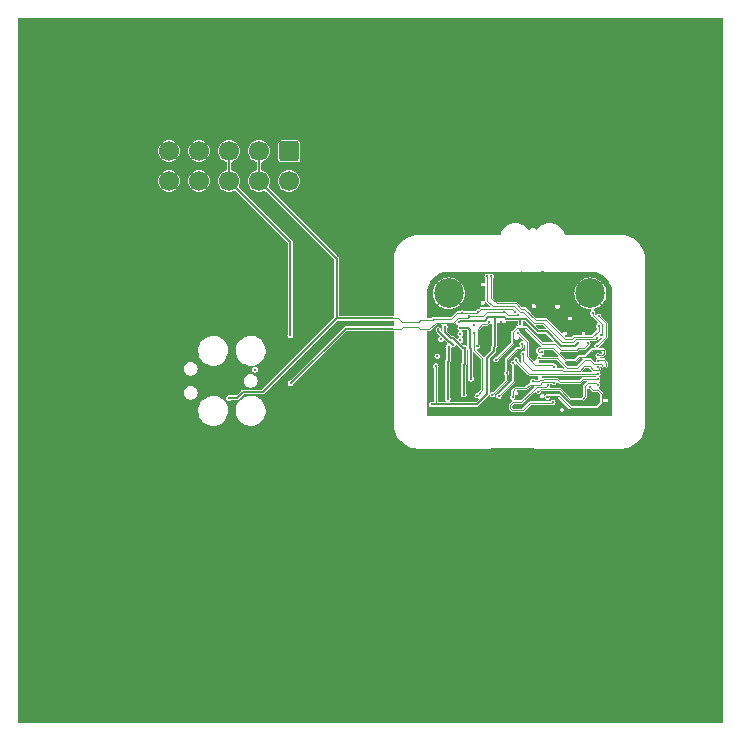
<source format=gbr>
%TF.GenerationSoftware,KiCad,Pcbnew,7.0.6*%
%TF.CreationDate,2023-09-10T10:14:11-04:00*%
%TF.ProjectId,headstage-neuropix1e,68656164-7374-4616-9765-2d6e6575726f,B*%
%TF.SameCoordinates,Original*%
%TF.FileFunction,Copper,L3,Inr*%
%TF.FilePolarity,Positive*%
%FSLAX46Y46*%
G04 Gerber Fmt 4.6, Leading zero omitted, Abs format (unit mm)*
G04 Created by KiCad (PCBNEW 7.0.6) date 2023-09-10 10:14:11*
%MOMM*%
%LPD*%
G01*
G04 APERTURE LIST*
G04 Aperture macros list*
%AMRoundRect*
0 Rectangle with rounded corners*
0 $1 Rounding radius*
0 $2 $3 $4 $5 $6 $7 $8 $9 X,Y pos of 4 corners*
0 Add a 4 corners polygon primitive as box body*
4,1,4,$2,$3,$4,$5,$6,$7,$8,$9,$2,$3,0*
0 Add four circle primitives for the rounded corners*
1,1,$1+$1,$2,$3*
1,1,$1+$1,$4,$5*
1,1,$1+$1,$6,$7*
1,1,$1+$1,$8,$9*
0 Add four rect primitives between the rounded corners*
20,1,$1+$1,$2,$3,$4,$5,0*
20,1,$1+$1,$4,$5,$6,$7,0*
20,1,$1+$1,$6,$7,$8,$9,0*
20,1,$1+$1,$8,$9,$2,$3,0*%
G04 Aperture macros list end*
%TA.AperFunction,ComponentPad*%
%ADD10C,2.500000*%
%TD*%
%TA.AperFunction,ComponentPad*%
%ADD11RoundRect,0.250000X-0.600000X0.600000X-0.600000X-0.600000X0.600000X-0.600000X0.600000X0.600000X0*%
%TD*%
%TA.AperFunction,ComponentPad*%
%ADD12C,1.700000*%
%TD*%
%TA.AperFunction,ViaPad*%
%ADD13C,0.300000*%
%TD*%
%TA.AperFunction,ViaPad*%
%ADD14C,0.250000*%
%TD*%
%TA.AperFunction,Conductor*%
%ADD15C,0.200000*%
%TD*%
%TA.AperFunction,Conductor*%
%ADD16C,0.100000*%
%TD*%
G04 APERTURE END LIST*
D10*
%TO.N,GND*%
%TO.C,TP1*%
X136600000Y-88500000D03*
%TD*%
D11*
%TO.N,+4V*%
%TO.C,J3*%
X123080000Y-76447500D03*
D12*
X123080000Y-78987500D03*
%TO.N,/Neuropixels 1.0/SCL*%
X120540000Y-76447500D03*
X120540000Y-78987500D03*
%TO.N,/Neuropixels 1.0/SDA*%
X118000000Y-76447500D03*
X118000000Y-78987500D03*
%TO.N,GND*%
X115460000Y-76447500D03*
X115460000Y-78987500D03*
X112920000Y-76447500D03*
X112920000Y-78987500D03*
%TD*%
D10*
%TO.N,GND*%
%TO.C,TP2*%
X148600000Y-88500000D03*
%TD*%
D13*
%TO.N,GND*%
X146990000Y-95640000D03*
X104670000Y-77610000D03*
X152750000Y-106940000D03*
D14*
X146890000Y-88250000D03*
D13*
X144416061Y-81338202D03*
X130400000Y-83630000D03*
D14*
X150070000Y-89260000D03*
X134975500Y-91950000D03*
D13*
X135160000Y-95280000D03*
D14*
X147512132Y-94349665D03*
D13*
X156300000Y-121900000D03*
D14*
X141834896Y-94124533D03*
D13*
X140493550Y-95522998D03*
X144590000Y-98100500D03*
X140490000Y-96050000D03*
X129640000Y-110300000D03*
X135910000Y-93110000D03*
X144800000Y-92380500D03*
X136859092Y-95550000D03*
D14*
X148340000Y-95010000D03*
D13*
X135390000Y-98510000D03*
X106460000Y-93330000D03*
X137380000Y-106710000D03*
D14*
X144880000Y-90270000D03*
D13*
X144700000Y-87450000D03*
X135640000Y-73600000D03*
X135200000Y-97200000D03*
D14*
X146950000Y-89250000D03*
X147020000Y-96330000D03*
D13*
X138330000Y-96590000D03*
D14*
X140040000Y-91890000D03*
D13*
X141050000Y-87000000D03*
X146500000Y-93600000D03*
D14*
X142400000Y-95600000D03*
X148900000Y-93590000D03*
D13*
X150520000Y-80190000D03*
D14*
X145950000Y-94700000D03*
X146450000Y-89150000D03*
D13*
X138000000Y-89850000D03*
D14*
X139614453Y-93024500D03*
D13*
X150000000Y-96750000D03*
D14*
X138080000Y-87680000D03*
D13*
X155510000Y-95710000D03*
X138440000Y-97170000D03*
X106760000Y-112810000D03*
X149850000Y-98400000D03*
D14*
X147710000Y-96340000D03*
D13*
X145340000Y-93660000D03*
X147700000Y-93450000D03*
X147580000Y-95640000D03*
D14*
X142900000Y-95450000D03*
X136830000Y-91840000D03*
X141568020Y-92308292D03*
X142630000Y-97340000D03*
D13*
X136160092Y-94530000D03*
X126680000Y-71747500D03*
X135200000Y-89780000D03*
X156700000Y-69100000D03*
X155800000Y-87500000D03*
D14*
X148800000Y-92950500D03*
X146800000Y-90050000D03*
D13*
X140310000Y-96450000D03*
X143000000Y-87400000D03*
X146120000Y-95699500D03*
D14*
X142444101Y-92894101D03*
X145950000Y-90100000D03*
X145320000Y-89380000D03*
X145780000Y-96290000D03*
D13*
X135890000Y-90120000D03*
D14*
X148100000Y-90000000D03*
D13*
X138990000Y-96490000D03*
X107600000Y-104500000D03*
X148150000Y-97670000D03*
X146940000Y-87070000D03*
X103100000Y-122100000D03*
X145266637Y-78141210D03*
X149700000Y-89900000D03*
X144310000Y-91350000D03*
X143524500Y-93600000D03*
D14*
X146400000Y-90050000D03*
D13*
X137220000Y-97050000D03*
D14*
X138780000Y-94020000D03*
D13*
X136910000Y-80250000D03*
D14*
X138040500Y-91920000D03*
X141070000Y-93025498D03*
X143300899Y-91989101D03*
D13*
X145570000Y-87160000D03*
D14*
X144280000Y-90250000D03*
D13*
X105450000Y-70470000D03*
D14*
X144840000Y-96930000D03*
D13*
X137480000Y-96470000D03*
X143800000Y-86950000D03*
D14*
X143590000Y-96500000D03*
D13*
X117520000Y-69930000D03*
D14*
X141210000Y-94430000D03*
D13*
X145200000Y-72300000D03*
X154200000Y-101500000D03*
X135190000Y-96310000D03*
D14*
X141100000Y-91600000D03*
D13*
X103900000Y-84800000D03*
D14*
X147400000Y-89550000D03*
D13*
X128400000Y-101000000D03*
X143230000Y-96010000D03*
D14*
X136850000Y-94637500D03*
D13*
X139070000Y-86840000D03*
X139030000Y-95680000D03*
X114560000Y-86760000D03*
X137490000Y-94010000D03*
X137440000Y-86960000D03*
%TO.N,+1V8*%
X135150000Y-97900000D03*
X140474059Y-92959710D03*
X137471779Y-90951779D03*
X137590000Y-92420000D03*
X147500000Y-92700500D03*
X142662961Y-91089404D03*
D14*
X135505500Y-94637298D03*
D13*
%TO.N,+1.2VA*%
X137935000Y-93135000D03*
X136247871Y-91301612D03*
X137864351Y-97063949D03*
D14*
%TO.N,Net-(D1-K)*%
X149500500Y-92050000D03*
X148780000Y-90120000D03*
%TO.N,+1V2*%
X135617490Y-93803077D03*
D13*
X138460000Y-95710000D03*
X137590000Y-91420000D03*
D14*
%TO.N,+4V*%
X135711619Y-91548996D03*
D13*
X120200000Y-94945000D03*
X137590000Y-91920000D03*
X136930627Y-92829287D03*
X138730517Y-91170645D03*
D14*
%TO.N,/Neuropixels 1.0/CAL_SIGNAL*%
X138775500Y-91880000D03*
X139000000Y-97150000D03*
%TO.N,/DC Tap & Regulation/VA_{EN}*%
X142793180Y-92745908D03*
X141500000Y-95223498D03*
X140290000Y-97080000D03*
%TO.N,/Neuropixels 1.0/NP_{~{MUXRST}}*%
X148378692Y-92725500D03*
X140600000Y-94100000D03*
%TO.N,/Neuropixels 1.0/SDA*%
X138314130Y-90444500D03*
X142476943Y-90310000D03*
X141250000Y-90099500D03*
D13*
X123200000Y-92000000D03*
D14*
X140850000Y-97200000D03*
X142050000Y-94400000D03*
D13*
X123210000Y-96120000D03*
%TO.N,/Neuropixels 1.0/SCL*%
X118000000Y-97340000D03*
D14*
X145550000Y-94700000D03*
X142218903Y-90074274D03*
X137757636Y-90135500D03*
X142450000Y-91850000D03*
X139104500Y-90040000D03*
%TO.N,/Neuropixels 1.0/SYNC*%
X145490000Y-96044500D03*
X142000000Y-97300000D03*
%TO.N,/Neuropixels 1.0/D6*%
X149230000Y-95300000D03*
X142300000Y-94100000D03*
%TO.N,/Neuropixels 1.0/D5*%
X142900000Y-93600000D03*
X149200000Y-94750000D03*
%TO.N,/Neuropixels 1.0/D4*%
X143717370Y-95945500D03*
X149200000Y-95750000D03*
%TO.N,/Neuropixels 1.0/D3*%
X144193189Y-96808263D03*
X149200000Y-96250000D03*
%TO.N,/Neuropixels 1.0/D2*%
X144264551Y-93925449D03*
X149265000Y-94185000D03*
%TO.N,/Neuropixels 1.0/D1*%
X149249502Y-93750000D03*
X144474502Y-93500000D03*
%TO.N,/Neuropixels 1.0/D0*%
X148550000Y-96400000D03*
X144950000Y-97270000D03*
%TO.N,/Perpherials/GPIO0*%
X139850000Y-87050000D03*
X149150000Y-92250000D03*
%TO.N,/Perpherials/GPIO1*%
X149288276Y-91232529D03*
X140200000Y-87050000D03*
%TO.N,Net-(R12-Pad1)*%
X140026596Y-90901397D03*
X139025500Y-92994101D03*
%TO.N,Net-(U5-GPIO3{slash}CLKIN)*%
X149151002Y-92950500D03*
X149290000Y-90430000D03*
D13*
%TO.N,+1.8VA*%
X135950000Y-92390000D03*
X136579094Y-93019094D03*
X136509592Y-97426502D03*
D14*
%TO.N,/Neuropixels 1.0/DCLK*%
X144970177Y-96278055D03*
X145420000Y-97699500D03*
%TD*%
D15*
%TO.N,+1V8*%
X139850000Y-97000000D02*
X138950000Y-97900000D01*
X139629355Y-90820645D02*
X139927062Y-90522938D01*
D16*
X135500000Y-97880000D02*
X135520000Y-97900000D01*
D15*
X146110000Y-92940000D02*
X144890000Y-91720000D01*
X140419500Y-93000500D02*
X140400000Y-93000500D01*
X142660000Y-91086443D02*
X142662961Y-91089404D01*
X138950000Y-97900000D02*
X135520000Y-97900000D01*
D16*
X135500000Y-94642798D02*
X135500000Y-97880000D01*
D15*
X147260500Y-92940000D02*
X146110000Y-92940000D01*
X142660000Y-90650000D02*
X142660000Y-91086443D01*
X140400000Y-93000500D02*
X140400000Y-93400000D01*
X137602913Y-90820645D02*
X139629355Y-90820645D01*
X143100000Y-90650000D02*
X142660000Y-90650000D01*
X140400000Y-93400000D02*
X139850000Y-93950000D01*
X139927062Y-90522938D02*
X140480000Y-90522938D01*
X135520000Y-97900000D02*
X135150000Y-97900000D01*
X147500000Y-92700500D02*
X147260500Y-92940000D01*
D16*
X135505500Y-94637298D02*
X135500000Y-94642798D01*
D15*
X140474059Y-92959710D02*
X140474059Y-90528879D01*
X140474059Y-90528879D02*
X140480000Y-90522938D01*
X141450000Y-90650000D02*
X142660000Y-90650000D01*
X144170000Y-91720000D02*
X143100000Y-90650000D01*
X144890000Y-91720000D02*
X144170000Y-91720000D01*
X139850000Y-93950000D02*
X139850000Y-97000000D01*
X140480000Y-90522938D02*
X141322938Y-90522938D01*
X137471779Y-90951779D02*
X137602913Y-90820645D01*
X141322938Y-90522938D02*
X141450000Y-90650000D01*
%TO.N,+1.2VA*%
X137935000Y-94445000D02*
X137935000Y-93135000D01*
X136247871Y-91301612D02*
X136247871Y-91737871D01*
X136247871Y-91737871D02*
X136810500Y-92300500D01*
X137864351Y-97063949D02*
X137864351Y-94515649D01*
X136810500Y-92300500D02*
X136940500Y-92300500D01*
X137864351Y-94515649D02*
X137935000Y-94445000D01*
X136940500Y-92300500D02*
X137775000Y-93135000D01*
X137775000Y-93135000D02*
X137935000Y-93135000D01*
D16*
%TO.N,Net-(D1-K)*%
X148780000Y-90320000D02*
X149570000Y-91110000D01*
X149570000Y-91980500D02*
X149500500Y-92050000D01*
X149570000Y-91110000D02*
X149570000Y-91980500D01*
X148780000Y-90120000D02*
X148780000Y-90320000D01*
D15*
%TO.N,+1V2*%
X138365000Y-91575000D02*
X138365000Y-93140736D01*
X138450000Y-93225736D02*
X138450000Y-95700000D01*
X138365000Y-93140736D02*
X138450000Y-93225736D01*
X138210000Y-91420000D02*
X138365000Y-91575000D01*
X137590000Y-91420000D02*
X138210000Y-91420000D01*
X138450000Y-95700000D02*
X138460000Y-95710000D01*
%TO.N,+4V*%
X135711619Y-91656644D02*
X135711619Y-91548996D01*
X136655475Y-92600500D02*
X135711619Y-91656644D01*
X136701840Y-92600500D02*
X136655475Y-92600500D01*
X136930627Y-92829287D02*
X136701840Y-92600500D01*
D16*
%TO.N,/Neuropixels 1.0/CAL_SIGNAL*%
X139440000Y-96710000D02*
X139000000Y-97150000D01*
X138775500Y-91880000D02*
X138775500Y-92855192D01*
X139440000Y-93940000D02*
X139440000Y-96710000D01*
X138750500Y-92880192D02*
X138750500Y-93108010D01*
X138775500Y-93275500D02*
X139440000Y-93940000D01*
X138775500Y-92855192D02*
X138750500Y-92880192D01*
X138750500Y-93108010D02*
X138775500Y-93133010D01*
X138775500Y-93133010D02*
X138775500Y-93275500D01*
%TO.N,/DC Tap & Regulation/VA_{EN}*%
X142370000Y-93180000D02*
X142620000Y-93180000D01*
X140290000Y-97070000D02*
X141500000Y-95860000D01*
X140290000Y-97080000D02*
X140290000Y-97070000D01*
X141500000Y-94050000D02*
X142370000Y-93180000D01*
X142620000Y-93180000D02*
X142793180Y-93006820D01*
X142793180Y-93006820D02*
X142793180Y-92745908D01*
X141500000Y-95223498D02*
X141500000Y-94050000D01*
X141500000Y-95860000D02*
X141500000Y-95223498D01*
%TO.N,/Neuropixels 1.0/NP_{~{MUXRST}}*%
X146070000Y-93300000D02*
X145570000Y-92800000D01*
X142000000Y-92700000D02*
X140600000Y-94100000D01*
X148378692Y-92821308D02*
X148050000Y-93150000D01*
X148378692Y-92725500D02*
X148378692Y-92821308D01*
X142000000Y-91800000D02*
X142000000Y-92700000D01*
X145570000Y-92800000D02*
X144500000Y-92800000D01*
X147575735Y-93150000D02*
X147425735Y-93300000D01*
X144500000Y-92800000D02*
X143100000Y-91400000D01*
X148050000Y-93150000D02*
X147575735Y-93150000D01*
X142400000Y-91400000D02*
X142000000Y-91800000D01*
X147425735Y-93300000D02*
X146070000Y-93300000D01*
X143100000Y-91400000D02*
X142400000Y-91400000D01*
%TO.N,/Neuropixels 1.0/SDA*%
X140850000Y-97200000D02*
X142100000Y-95950000D01*
D15*
X118000000Y-76447500D02*
X118000000Y-78987500D01*
X123210000Y-96120000D02*
X123240000Y-96120000D01*
D16*
X138314130Y-90444500D02*
X139505500Y-90444500D01*
X137380000Y-90570000D02*
X138188630Y-90570000D01*
D15*
X118000000Y-78987500D02*
X123200000Y-84187500D01*
D16*
X138188630Y-90570000D02*
X138314130Y-90444500D01*
D15*
X123240000Y-96120000D02*
X127860000Y-91500000D01*
D16*
X135530000Y-90970000D02*
X136980000Y-90970000D01*
X131927995Y-91527995D02*
X132545524Y-91527995D01*
X142100000Y-95950000D02*
X142100000Y-94450000D01*
X134968494Y-91531506D02*
X135530000Y-90970000D01*
X134171506Y-91531506D02*
X134968494Y-91531506D01*
X142476943Y-90310000D02*
X142436943Y-90350000D01*
X142436943Y-90350000D02*
X141600000Y-90350000D01*
X132545524Y-91527995D02*
X132703519Y-91370000D01*
D15*
X123200000Y-84187500D02*
X123200000Y-92000000D01*
D16*
X131900000Y-91500000D02*
X131927995Y-91527995D01*
X141600000Y-90350000D02*
X141349500Y-90099500D01*
X141349500Y-90099500D02*
X141250000Y-90099500D01*
X139850500Y-90099500D02*
X141250000Y-90099500D01*
X132703519Y-91370000D02*
X134010000Y-91370000D01*
X139505500Y-90444500D02*
X139850500Y-90099500D01*
D15*
X127860000Y-91500000D02*
X131900000Y-91500000D01*
D16*
X142100000Y-94450000D02*
X142050000Y-94400000D01*
X136980000Y-90970000D02*
X137380000Y-90570000D01*
X134010000Y-91370000D02*
X134171506Y-91531506D01*
%TO.N,/Neuropixels 1.0/SCL*%
X136820000Y-90680000D02*
X135270000Y-90680000D01*
X138974500Y-90170000D02*
X137710000Y-90170000D01*
X135185918Y-90764082D02*
X135225000Y-90725000D01*
X139104500Y-90040000D02*
X139354500Y-89790000D01*
X139354500Y-89790000D02*
X141934629Y-89790000D01*
D15*
X131900000Y-90600000D02*
X127100000Y-90600000D01*
D16*
X143225000Y-92575000D02*
X142500000Y-91850000D01*
X135270000Y-90680000D02*
X135225000Y-90725000D01*
D15*
X127100000Y-85547500D02*
X127100000Y-90600000D01*
D16*
X145550000Y-94700000D02*
X145375000Y-94525000D01*
X137726193Y-90153807D02*
X137710000Y-90170000D01*
D15*
X127100000Y-90600000D02*
X120860000Y-96840000D01*
X120540000Y-78987500D02*
X127100000Y-85547500D01*
D16*
X143225000Y-93825000D02*
X143225000Y-92575000D01*
D15*
X119200000Y-96840000D02*
X118700000Y-97340000D01*
D16*
X137330000Y-90170000D02*
X136820000Y-90680000D01*
X131900000Y-90600000D02*
X132323277Y-90600000D01*
D15*
X120860000Y-96840000D02*
X119200000Y-96840000D01*
D16*
X132603277Y-90880000D02*
X134090000Y-90880000D01*
X134090000Y-90880000D02*
X134205918Y-90764082D01*
D15*
X120540000Y-76447500D02*
X120540000Y-78987500D01*
D16*
X143925000Y-94525000D02*
X143225000Y-93825000D01*
X132323277Y-90600000D02*
X132603277Y-90880000D01*
X142500000Y-91850000D02*
X142450000Y-91850000D01*
X139104500Y-90040000D02*
X138974500Y-90170000D01*
X145375000Y-94525000D02*
X143925000Y-94525000D01*
X141934629Y-89790000D02*
X142218903Y-90074274D01*
X137710000Y-90170000D02*
X137330000Y-90170000D01*
D15*
X118000000Y-97340000D02*
X118700000Y-97340000D01*
D16*
X134205918Y-90764082D02*
X135185918Y-90764082D01*
%TO.N,/Neuropixels 1.0/SYNC*%
X145445500Y-96000000D02*
X145490000Y-96044500D01*
X142000000Y-97300000D02*
X142000000Y-96790000D01*
X142245000Y-96545000D02*
X143125001Y-96545000D01*
X144300000Y-96220000D02*
X144490000Y-96030000D01*
X144490000Y-96030000D02*
X144820000Y-96030000D01*
X143125001Y-96545000D02*
X143450001Y-96220000D01*
X144820000Y-96030000D02*
X144850000Y-96000000D01*
X142000000Y-96790000D02*
X142245000Y-96545000D01*
X144850000Y-96000000D02*
X145445500Y-96000000D01*
X143450001Y-96220000D02*
X144300000Y-96220000D01*
%TO.N,/Neuropixels 1.0/D6*%
X142300000Y-94190000D02*
X142300000Y-94100000D01*
X142640000Y-94530000D02*
X143410000Y-95300000D01*
X143410000Y-95300000D02*
X145890000Y-95300000D01*
X142640000Y-94530000D02*
X142300000Y-94190000D01*
X147950000Y-95300000D02*
X149150001Y-95300000D01*
X149150001Y-95300000D02*
X149230000Y-95300000D01*
X147950000Y-95300000D02*
X145890000Y-95300000D01*
%TO.N,/Neuropixels 1.0/D5*%
X148850000Y-95000000D02*
X149250000Y-95000000D01*
X143650000Y-95000000D02*
X146225000Y-95000000D01*
X149250000Y-95000000D02*
X149305000Y-94945000D01*
X146225000Y-95000000D02*
X146295000Y-95070000D01*
X147680000Y-95070000D02*
X148070000Y-94680000D01*
X142900000Y-94250000D02*
X143650000Y-95000000D01*
X142900000Y-93600000D02*
X142900000Y-94250000D01*
X149305000Y-94855000D02*
X149305000Y-94945000D01*
X146295000Y-95070000D02*
X147680000Y-95070000D01*
X148070000Y-94680000D02*
X148530000Y-94680000D01*
X148530000Y-94680000D02*
X148850000Y-95000000D01*
X149200000Y-94750000D02*
X149305000Y-94855000D01*
%TO.N,/Neuropixels 1.0/D4*%
X144609500Y-95830000D02*
X144670000Y-95769500D01*
X144670000Y-95769500D02*
X145765736Y-95769500D01*
X143717370Y-95945500D02*
X143721870Y-95950000D01*
X147950000Y-95750000D02*
X149200000Y-95750000D01*
X143721870Y-95950000D02*
X144220000Y-95950000D01*
X144340000Y-95830000D02*
X144609500Y-95830000D01*
X145765736Y-95769500D02*
X145995735Y-95999500D01*
X147700500Y-95999500D02*
X147950000Y-95750000D01*
X144220000Y-95950000D02*
X144340000Y-95830000D01*
X145995735Y-95999500D02*
X147700500Y-95999500D01*
%TO.N,/Neuropixels 1.0/D3*%
X146030000Y-96630000D02*
X146900000Y-97500000D01*
X148150000Y-97200000D02*
X148150000Y-96300000D01*
X148150000Y-96300000D02*
X148350000Y-96100000D01*
X146900000Y-97500000D02*
X147850000Y-97500000D01*
X149050000Y-96100000D02*
X149200000Y-96250000D01*
X147850000Y-97500000D02*
X148150000Y-97200000D01*
X144193189Y-96808263D02*
X144371452Y-96630000D01*
X144371452Y-96630000D02*
X146030000Y-96630000D01*
X148350000Y-96100000D02*
X149050000Y-96100000D01*
%TO.N,/Neuropixels 1.0/D2*%
X149950000Y-94610000D02*
X149865000Y-94695000D01*
X149300000Y-94150000D02*
X149265000Y-94185000D01*
X148100000Y-94150000D02*
X148600000Y-94150000D01*
X149950000Y-94350000D02*
X149750000Y-94150000D01*
X144264551Y-93925449D02*
X144339602Y-94000500D01*
X148925000Y-94475000D02*
X149475000Y-94475000D01*
X149750000Y-94150000D02*
X149300000Y-94150000D01*
X145775500Y-94000500D02*
X146575000Y-94800000D01*
X149475000Y-94475000D02*
X149695000Y-94695000D01*
X146575000Y-94800000D02*
X147450000Y-94800000D01*
X149950000Y-94350000D02*
X149950000Y-94610000D01*
X149865000Y-94695000D02*
X149695000Y-94695000D01*
X148600000Y-94150000D02*
X148925000Y-94475000D01*
X147450000Y-94800000D02*
X148100000Y-94150000D01*
X144339602Y-94000500D02*
X145775500Y-94000500D01*
%TO.N,/Neuropixels 1.0/D1*%
X149725000Y-93625000D02*
X149600000Y-93750000D01*
X147600000Y-93850000D02*
X148100000Y-93850000D01*
X148690000Y-93260000D02*
X149660000Y-93260000D01*
X149725000Y-93325000D02*
X149725000Y-93625000D01*
X146495000Y-94195000D02*
X147255000Y-94195000D01*
X144150000Y-93250000D02*
X144250000Y-93150000D01*
X144150000Y-93400000D02*
X144150000Y-93250000D01*
X144450000Y-93500000D02*
X144250000Y-93500000D01*
X149600000Y-93750000D02*
X149249502Y-93750000D01*
X144250000Y-93500000D02*
X144150000Y-93400000D01*
X144250000Y-93150000D02*
X145450000Y-93150000D01*
X147255000Y-94195000D02*
X147600000Y-93850000D01*
X148100000Y-93850000D02*
X148690000Y-93260000D01*
X149660000Y-93260000D02*
X149725000Y-93325000D01*
X145450000Y-93150000D02*
X146495000Y-94195000D01*
%TO.N,/Neuropixels 1.0/D0*%
X146919750Y-98170250D02*
X145909500Y-97160000D01*
X149540000Y-96980000D02*
X149540000Y-97740000D01*
X149540000Y-97740000D02*
X149109750Y-98170250D01*
X148550000Y-96400000D02*
X148850000Y-96700000D01*
X149260000Y-96700000D02*
X149540000Y-96980000D01*
X149109750Y-98170250D02*
X146919750Y-98170250D01*
X145060000Y-97160000D02*
X144950000Y-97270000D01*
X145909500Y-97160000D02*
X145060000Y-97160000D01*
X148850000Y-96700000D02*
X149260000Y-96700000D01*
%TO.N,/Perpherials/GPIO0*%
X148999500Y-92400500D02*
X149150000Y-92250000D01*
X139850000Y-89100000D02*
X140320000Y-89570000D01*
X147150000Y-92600000D02*
X147349500Y-92400500D01*
X146203554Y-92600000D02*
X147150000Y-92600000D01*
X147349500Y-92400500D02*
X148999500Y-92400500D01*
X143850000Y-91000000D02*
X144603554Y-91000000D01*
X144603554Y-91000000D02*
X146203554Y-92600000D01*
X140320000Y-89570000D02*
X142150000Y-89570000D01*
X139850000Y-87050000D02*
X139850000Y-89100000D01*
X142900000Y-90050000D02*
X143850000Y-91000000D01*
X142150000Y-89570000D02*
X142630000Y-90050000D01*
X142630000Y-90050000D02*
X142900000Y-90050000D01*
%TO.N,/Perpherials/GPIO1*%
X140650000Y-89350000D02*
X140200000Y-88900000D01*
X142290000Y-89350000D02*
X140650000Y-89350000D01*
X144850000Y-90750000D02*
X143960000Y-90750000D01*
X140200000Y-88900000D02*
X140200000Y-87050000D01*
X148729500Y-92200500D02*
X147199500Y-92200500D01*
X143010000Y-89800000D02*
X142740000Y-89800000D01*
X142740000Y-89800000D02*
X142290000Y-89350000D01*
X147199500Y-92200500D02*
X147050000Y-92350000D01*
X143960000Y-90750000D02*
X143010000Y-89800000D01*
X147050000Y-92350000D02*
X146450000Y-92350000D01*
X146450000Y-92350000D02*
X144850000Y-90750000D01*
X149288276Y-91641724D02*
X148729500Y-92200500D01*
X149288276Y-91232529D02*
X149288276Y-91641724D01*
%TO.N,Net-(R12-Pad1)*%
X139025500Y-92994101D02*
X139050000Y-92969601D01*
X139050000Y-91490000D02*
X139411004Y-91128996D01*
X139411004Y-91128996D02*
X139798996Y-91128996D01*
X139798996Y-91128996D02*
X140026596Y-90901397D01*
X139050000Y-92969601D02*
X139050000Y-91490000D01*
%TO.N,Net-(U5-GPIO3{slash}CLKIN)*%
X149900000Y-91040000D02*
X149900000Y-92201502D01*
X149900000Y-92201502D02*
X149151002Y-92950500D01*
X149290000Y-90430000D02*
X149900000Y-91040000D01*
D15*
%TO.N,+1.8VA*%
X136509592Y-94249592D02*
X136509592Y-97426502D01*
X136579094Y-93019094D02*
X136579094Y-94180090D01*
X136579094Y-94180090D02*
X136509592Y-94249592D01*
D16*
%TO.N,/Neuropixels 1.0/DCLK*%
X143490000Y-97790000D02*
X142880000Y-98400000D01*
X142745000Y-97705000D02*
X142050000Y-97705000D01*
X141810000Y-98240000D02*
X141970000Y-98400000D01*
X143765327Y-96754673D02*
X143760000Y-96754673D01*
X145420000Y-97699500D02*
X145329500Y-97790000D01*
X145329500Y-97790000D02*
X143490000Y-97790000D01*
X142880000Y-98400000D02*
X142610000Y-98400000D01*
X144828232Y-96420000D02*
X144100000Y-96420000D01*
X143695827Y-96754173D02*
X142745000Y-97705000D01*
X141970000Y-98400000D02*
X142610000Y-98400000D01*
X142050000Y-97705000D02*
X141810000Y-97945000D01*
X144970177Y-96278055D02*
X144828232Y-96420000D01*
X141810000Y-97945000D02*
X141810000Y-98240000D01*
X143740000Y-96754173D02*
X143695827Y-96754173D01*
X144100000Y-96420000D02*
X143765327Y-96754673D01*
%TD*%
%TA.AperFunction,Conductor*%
%TO.N,GND*%
G36*
X144517752Y-86582952D02*
G01*
X144601918Y-86617816D01*
X144766233Y-86650500D01*
X144830186Y-86650500D01*
X148565649Y-86650500D01*
X148599199Y-86650500D01*
X148600784Y-86650551D01*
X148839807Y-86666218D01*
X148842983Y-86666636D01*
X149077125Y-86713209D01*
X149080200Y-86714034D01*
X149306253Y-86790769D01*
X149309216Y-86791997D01*
X149401656Y-86837583D01*
X149523313Y-86897577D01*
X149526083Y-86899176D01*
X149620126Y-86962014D01*
X149724568Y-87031800D01*
X149727110Y-87033751D01*
X149906590Y-87191150D01*
X149908849Y-87193409D01*
X150025477Y-87326398D01*
X150066246Y-87372886D01*
X150068199Y-87375431D01*
X150200820Y-87573912D01*
X150202424Y-87576690D01*
X150308002Y-87790783D01*
X150309230Y-87793746D01*
X150385965Y-88019799D01*
X150386792Y-88022884D01*
X150416557Y-88172523D01*
X150433362Y-88257011D01*
X150433781Y-88260191D01*
X150440974Y-88369919D01*
X150449448Y-88499215D01*
X150449500Y-88500800D01*
X150449500Y-90265649D01*
X150449500Y-90300000D01*
X150449500Y-90400656D01*
X150449501Y-90400661D01*
X150449687Y-90402788D01*
X150449563Y-90402798D01*
X150450000Y-90407778D01*
X150450000Y-93012222D01*
X150449564Y-93017204D01*
X150449686Y-93017215D01*
X150449500Y-93019340D01*
X150449500Y-98800500D01*
X150435148Y-98835148D01*
X150400500Y-98849500D01*
X143919340Y-98849500D01*
X143917215Y-98849686D01*
X143917204Y-98849564D01*
X143912222Y-98850000D01*
X140107778Y-98850000D01*
X140102795Y-98849564D01*
X140102785Y-98849686D01*
X140100660Y-98849500D01*
X140100656Y-98849500D01*
X140019814Y-98849500D01*
X134799500Y-98849500D01*
X134764852Y-98835148D01*
X134750500Y-98800500D01*
X134750500Y-93803077D01*
X135387572Y-93803077D01*
X135405073Y-93891063D01*
X135454912Y-93965654D01*
X135491713Y-93990243D01*
X135529504Y-94015494D01*
X135617490Y-94032995D01*
X135705476Y-94015494D01*
X135780067Y-93965654D01*
X135829907Y-93891063D01*
X135847408Y-93803077D01*
X135829907Y-93715091D01*
X135795016Y-93662873D01*
X135780067Y-93640499D01*
X135705476Y-93590660D01*
X135693420Y-93588262D01*
X135617490Y-93573159D01*
X135617489Y-93573159D01*
X135529503Y-93590660D01*
X135454912Y-93640499D01*
X135405073Y-93715090D01*
X135387572Y-93803077D01*
X134750500Y-93803077D01*
X134750500Y-92499340D01*
X134750314Y-92497215D01*
X134750435Y-92497204D01*
X134750000Y-92492222D01*
X134750000Y-91731006D01*
X134764352Y-91696358D01*
X134799000Y-91682006D01*
X135008821Y-91682006D01*
X135020995Y-91674975D01*
X135032813Y-91670080D01*
X135046398Y-91666441D01*
X135103429Y-91609411D01*
X135103429Y-91609409D01*
X135110318Y-91602521D01*
X135110320Y-91602517D01*
X135577986Y-91134852D01*
X135612635Y-91120500D01*
X135975940Y-91120500D01*
X136010588Y-91134852D01*
X136024940Y-91169500D01*
X136016682Y-91196722D01*
X136011904Y-91203872D01*
X135992463Y-91301610D01*
X135992463Y-91301613D01*
X136011904Y-91399350D01*
X136011904Y-91399351D01*
X136011905Y-91399352D01*
X136039113Y-91440072D01*
X136047371Y-91467294D01*
X136047371Y-91590550D01*
X136033019Y-91625198D01*
X135998371Y-91639550D01*
X135963724Y-91625200D01*
X135958606Y-91620082D01*
X135951094Y-91612570D01*
X135936742Y-91577924D01*
X135937682Y-91568372D01*
X135941537Y-91548996D01*
X135924036Y-91461010D01*
X135896633Y-91419998D01*
X135874196Y-91386418D01*
X135799605Y-91336579D01*
X135711619Y-91319078D01*
X135623632Y-91336579D01*
X135549041Y-91386418D01*
X135499202Y-91461009D01*
X135482593Y-91544513D01*
X135481701Y-91548996D01*
X135497559Y-91628721D01*
X135499202Y-91636982D01*
X135502729Y-91642260D01*
X135510678Y-91663985D01*
X135510964Y-91666523D01*
X135511119Y-91669274D01*
X135511119Y-91679234D01*
X135512357Y-91684659D01*
X135513334Y-91688940D01*
X135513794Y-91691650D01*
X135517502Y-91724566D01*
X135517504Y-91724570D01*
X135519296Y-91727422D01*
X135525578Y-91742588D01*
X135526328Y-91745874D01*
X135546982Y-91771774D01*
X135548572Y-91774014D01*
X135553870Y-91782443D01*
X135553871Y-91782445D01*
X135560908Y-91789482D01*
X135562730Y-91791520D01*
X135576594Y-91808904D01*
X135583396Y-91817433D01*
X135586428Y-91818893D01*
X135599820Y-91828394D01*
X135853921Y-92082495D01*
X135868273Y-92117143D01*
X135853921Y-92151791D01*
X135846496Y-92157885D01*
X135769397Y-92209399D01*
X135714033Y-92292260D01*
X135694592Y-92389998D01*
X135694592Y-92390001D01*
X135714033Y-92487739D01*
X135769398Y-92570601D01*
X135852260Y-92625966D01*
X135949998Y-92645408D01*
X135950000Y-92645408D01*
X135950002Y-92645408D01*
X136015159Y-92632446D01*
X136047740Y-92625966D01*
X136130601Y-92570601D01*
X136182116Y-92493501D01*
X136213295Y-92472668D01*
X136250078Y-92479983D01*
X136257504Y-92486078D01*
X136483015Y-92711589D01*
X136497367Y-92746237D01*
X136483015Y-92780885D01*
X136475590Y-92786979D01*
X136398491Y-92838493D01*
X136343127Y-92921354D01*
X136323686Y-93019092D01*
X136323686Y-93019095D01*
X136343127Y-93116832D01*
X136343127Y-93116833D01*
X136343128Y-93116834D01*
X136370336Y-93157554D01*
X136378594Y-93184776D01*
X136378594Y-94075135D01*
X136367902Y-94105689D01*
X136360709Y-94114706D01*
X136358879Y-94116754D01*
X136351850Y-94123782D01*
X136351842Y-94123793D01*
X136346548Y-94132217D01*
X136344959Y-94134456D01*
X136324303Y-94160360D01*
X136324301Y-94160363D01*
X136323550Y-94163654D01*
X136317273Y-94178806D01*
X136315476Y-94181665D01*
X136315475Y-94181667D01*
X136311766Y-94214586D01*
X136311306Y-94217293D01*
X136309092Y-94226999D01*
X136309092Y-94236960D01*
X136308938Y-94239704D01*
X136305229Y-94272619D01*
X136306341Y-94275794D01*
X136309092Y-94291980D01*
X136309092Y-97260819D01*
X136300834Y-97288040D01*
X136286217Y-97309918D01*
X136273625Y-97328763D01*
X136254184Y-97426500D01*
X136254184Y-97426503D01*
X136273625Y-97524241D01*
X136328989Y-97607102D01*
X136332964Y-97609758D01*
X136353799Y-97640940D01*
X136346483Y-97677723D01*
X136315301Y-97698558D01*
X136305741Y-97699500D01*
X135699500Y-97699500D01*
X135664852Y-97685148D01*
X135650500Y-97650500D01*
X135650500Y-94837748D01*
X135664852Y-94803100D01*
X135664854Y-94803097D01*
X135668073Y-94799877D01*
X135668077Y-94799875D01*
X135717917Y-94725284D01*
X135735418Y-94637298D01*
X135717917Y-94549312D01*
X135695507Y-94515773D01*
X135668077Y-94474720D01*
X135593486Y-94424881D01*
X135578866Y-94421973D01*
X135505500Y-94407380D01*
X135505499Y-94407380D01*
X135417513Y-94424881D01*
X135342922Y-94474720D01*
X135293083Y-94549311D01*
X135276010Y-94635148D01*
X135275582Y-94637298D01*
X135293083Y-94725284D01*
X135341242Y-94797360D01*
X135349500Y-94824581D01*
X135349500Y-97640355D01*
X135335148Y-97675003D01*
X135300500Y-97689355D01*
X135273278Y-97681097D01*
X135247739Y-97664033D01*
X135150002Y-97644592D01*
X135149998Y-97644592D01*
X135052260Y-97664033D01*
X134969398Y-97719398D01*
X134914033Y-97802260D01*
X134894592Y-97899998D01*
X134894592Y-97900001D01*
X134914033Y-97997739D01*
X134969398Y-98080601D01*
X135052260Y-98135966D01*
X135149998Y-98155408D01*
X135150000Y-98155408D01*
X135150002Y-98155408D01*
X135198869Y-98145687D01*
X135247740Y-98135966D01*
X135288461Y-98108757D01*
X135315683Y-98100500D01*
X135497410Y-98100500D01*
X138907611Y-98100500D01*
X138923796Y-98103250D01*
X138926974Y-98104362D01*
X138959889Y-98100653D01*
X138962632Y-98100500D01*
X138972591Y-98100500D01*
X138974310Y-98100107D01*
X138982310Y-98098280D01*
X138984997Y-98097824D01*
X139017924Y-98094116D01*
X139020775Y-98092323D01*
X139035948Y-98086038D01*
X139039231Y-98085290D01*
X139065139Y-98064628D01*
X139067358Y-98063052D01*
X139075801Y-98057748D01*
X139082849Y-98050698D01*
X139084870Y-98048892D01*
X139110788Y-98028224D01*
X139112249Y-98025189D01*
X139121747Y-98011800D01*
X139961801Y-97171747D01*
X139975192Y-97162248D01*
X139978224Y-97160788D01*
X139990816Y-97144997D01*
X140023640Y-97126855D01*
X140059677Y-97137237D01*
X140075696Y-97163541D01*
X140075735Y-97163526D01*
X140075837Y-97163774D01*
X140077186Y-97165988D01*
X140077583Y-97167986D01*
X140127422Y-97242577D01*
X140176968Y-97275682D01*
X140202014Y-97292417D01*
X140290000Y-97309918D01*
X140377986Y-97292417D01*
X140452577Y-97242577D01*
X140502417Y-97167986D01*
X140519918Y-97080000D01*
X140519917Y-97079998D01*
X140519918Y-97079997D01*
X140519918Y-97075174D01*
X140522111Y-97075174D01*
X140527851Y-97046317D01*
X140533940Y-97038897D01*
X141620430Y-95952409D01*
X141620430Y-95952408D01*
X141627322Y-95945517D01*
X141627322Y-95945516D01*
X141627338Y-95945500D01*
X141634935Y-95937904D01*
X141638573Y-95924323D01*
X141643470Y-95912501D01*
X141645103Y-95909674D01*
X141650500Y-95900327D01*
X141650500Y-95819674D01*
X141650500Y-95819673D01*
X141650500Y-95418449D01*
X141661737Y-95391318D01*
X141659896Y-95390088D01*
X141674762Y-95367838D01*
X141712417Y-95311484D01*
X141729918Y-95223498D01*
X141712417Y-95135512D01*
X141662577Y-95060921D01*
X141662576Y-95060920D01*
X141659896Y-95056909D01*
X141661737Y-95055678D01*
X141650500Y-95028548D01*
X141650500Y-94132634D01*
X141664851Y-94097987D01*
X142417986Y-93344852D01*
X142452635Y-93330500D01*
X142660327Y-93330500D01*
X142672501Y-93323469D01*
X142684319Y-93318574D01*
X142697904Y-93314935D01*
X142754935Y-93257905D01*
X142754935Y-93257903D01*
X142761825Y-93251014D01*
X142761829Y-93251009D01*
X142794274Y-93218564D01*
X142913611Y-93099229D01*
X142913611Y-93099227D01*
X142917642Y-93095197D01*
X142917643Y-93095194D01*
X142928115Y-93084724D01*
X142931753Y-93071141D01*
X142936646Y-93059328D01*
X142943680Y-93047147D01*
X142943681Y-92966493D01*
X142943680Y-92966491D01*
X142943680Y-92940859D01*
X142954917Y-92913729D01*
X142953076Y-92912499D01*
X142984758Y-92865082D01*
X143015940Y-92844246D01*
X143052722Y-92851562D01*
X143073558Y-92882744D01*
X143074500Y-92892304D01*
X143074500Y-93353717D01*
X143060148Y-93388365D01*
X143025500Y-93402717D01*
X142998278Y-93394460D01*
X142987986Y-93387583D01*
X142900000Y-93370082D01*
X142812013Y-93387583D01*
X142737422Y-93437422D01*
X142687583Y-93512013D01*
X142670082Y-93600000D01*
X142687583Y-93687986D01*
X142740104Y-93766590D01*
X142738262Y-93767820D01*
X142749500Y-93794950D01*
X142749500Y-94209673D01*
X142749500Y-94290327D01*
X142749500Y-94290328D01*
X142749501Y-94290329D01*
X142749641Y-94290572D01*
X142749713Y-94291121D01*
X142751170Y-94296557D01*
X142750454Y-94296748D01*
X142754535Y-94327754D01*
X142731703Y-94357506D01*
X142694521Y-94362400D01*
X142672557Y-94349718D01*
X142530672Y-94207833D01*
X142516320Y-94173185D01*
X142517261Y-94163630D01*
X142529918Y-94100000D01*
X142512417Y-94012014D01*
X142486070Y-93972583D01*
X142462577Y-93937422D01*
X142387986Y-93887583D01*
X142374668Y-93884934D01*
X142300000Y-93870082D01*
X142299999Y-93870082D01*
X142212013Y-93887583D01*
X142137422Y-93937422D01*
X142087583Y-94012013D01*
X142085470Y-94022635D01*
X142070082Y-94100000D01*
X142071923Y-94109258D01*
X142073168Y-94115514D01*
X142065851Y-94152297D01*
X142034668Y-94173131D01*
X141991767Y-94181665D01*
X141962013Y-94187583D01*
X141887422Y-94237422D01*
X141837583Y-94312013D01*
X141820082Y-94400000D01*
X141837583Y-94487986D01*
X141887423Y-94562578D01*
X141927722Y-94589504D01*
X141948558Y-94620686D01*
X141949500Y-94630246D01*
X141949500Y-95867364D01*
X141935148Y-95902012D01*
X140881430Y-96955730D01*
X140854300Y-96966967D01*
X140854733Y-96969141D01*
X140850000Y-96970082D01*
X140815351Y-96976974D01*
X140762013Y-96987583D01*
X140687422Y-97037422D01*
X140637583Y-97112013D01*
X140620082Y-97200000D01*
X140637583Y-97287986D01*
X140687422Y-97362577D01*
X140737262Y-97395878D01*
X140762014Y-97412417D01*
X140850000Y-97429918D01*
X140937986Y-97412417D01*
X141012577Y-97362577D01*
X141062417Y-97287986D01*
X141079918Y-97200000D01*
X141079917Y-97199998D01*
X141080859Y-97195267D01*
X141083031Y-97195699D01*
X141094270Y-97168568D01*
X141648910Y-96613929D01*
X142220430Y-96042409D01*
X142234935Y-96027904D01*
X142238574Y-96014319D01*
X142243471Y-96002499D01*
X142250500Y-95990327D01*
X142250500Y-95952408D01*
X142250501Y-95909674D01*
X142250500Y-95909672D01*
X142250500Y-94520684D01*
X142258759Y-94493460D01*
X142259029Y-94493056D01*
X142262417Y-94487986D01*
X142264894Y-94475528D01*
X142285729Y-94444347D01*
X142322511Y-94437029D01*
X142347601Y-94450440D01*
X142519570Y-94622409D01*
X143275065Y-95377904D01*
X143332096Y-95434935D01*
X143345678Y-95438573D01*
X143357491Y-95443466D01*
X143369673Y-95450500D01*
X143390186Y-95450500D01*
X144081253Y-95450500D01*
X144115901Y-95464852D01*
X144130253Y-95499500D01*
X144129025Y-95510401D01*
X144121768Y-95542200D01*
X144119987Y-95550001D01*
X144137812Y-95628102D01*
X144137814Y-95628106D01*
X144154533Y-95649070D01*
X144178800Y-95679500D01*
X144187766Y-95690742D01*
X144188656Y-95691452D01*
X144189387Y-95692774D01*
X144191207Y-95695057D01*
X144190819Y-95695366D01*
X144206795Y-95724276D01*
X144196411Y-95760313D01*
X144192752Y-95764407D01*
X144172013Y-95785147D01*
X144137365Y-95799500D01*
X143916820Y-95799500D01*
X143882172Y-95785148D01*
X143882169Y-95785145D01*
X143879947Y-95782922D01*
X143805356Y-95733083D01*
X143717370Y-95715582D01*
X143629383Y-95733083D01*
X143554792Y-95782922D01*
X143504953Y-95857513D01*
X143498372Y-95890601D01*
X143487452Y-95945500D01*
X143499455Y-96005847D01*
X143500469Y-96010941D01*
X143493152Y-96047723D01*
X143461969Y-96068559D01*
X143452410Y-96069500D01*
X143409672Y-96069500D01*
X143397495Y-96076531D01*
X143385679Y-96081425D01*
X143372099Y-96085063D01*
X143372098Y-96085064D01*
X143372096Y-96085065D01*
X143372097Y-96085065D01*
X143315066Y-96142095D01*
X143315065Y-96142096D01*
X143192310Y-96264852D01*
X143077014Y-96380148D01*
X143042366Y-96394500D01*
X142204671Y-96394500D01*
X142192494Y-96401531D01*
X142180678Y-96406425D01*
X142167098Y-96410063D01*
X142167097Y-96410064D01*
X142110065Y-96467095D01*
X141865066Y-96712093D01*
X141865064Y-96712097D01*
X141861425Y-96725678D01*
X141856531Y-96737494D01*
X141849500Y-96749671D01*
X141849499Y-96749674D01*
X141849499Y-96840069D01*
X141849500Y-96840074D01*
X141849500Y-97105049D01*
X141838267Y-97132183D01*
X141840104Y-97133411D01*
X141837423Y-97137422D01*
X141837423Y-97137423D01*
X141792628Y-97204463D01*
X141787583Y-97212014D01*
X141770082Y-97300000D01*
X141787583Y-97387986D01*
X141837422Y-97462577D01*
X141867114Y-97482416D01*
X141912014Y-97512417D01*
X141920298Y-97514064D01*
X141951481Y-97534898D01*
X141958799Y-97571680D01*
X141945389Y-97596771D01*
X141935058Y-97607102D01*
X141915065Y-97627095D01*
X141915064Y-97627096D01*
X141852805Y-97689355D01*
X141675066Y-97867093D01*
X141675064Y-97867097D01*
X141671425Y-97880678D01*
X141666531Y-97892494D01*
X141659500Y-97904671D01*
X141659499Y-97904674D01*
X141659499Y-97995069D01*
X141659500Y-97995074D01*
X141659500Y-98280327D01*
X141666531Y-98292505D01*
X141671425Y-98304322D01*
X141675063Y-98317900D01*
X141675064Y-98317902D01*
X141675065Y-98317904D01*
X141732095Y-98374935D01*
X141738986Y-98381826D01*
X141738989Y-98381828D01*
X141828172Y-98471010D01*
X141828173Y-98471012D01*
X141835065Y-98477904D01*
X141892096Y-98534935D01*
X141905678Y-98538573D01*
X141917491Y-98543466D01*
X141929673Y-98550500D01*
X141929674Y-98550500D01*
X142920327Y-98550500D01*
X142932501Y-98543469D01*
X142944319Y-98538574D01*
X142957904Y-98534935D01*
X143014935Y-98477905D01*
X143014935Y-98477903D01*
X143021824Y-98471015D01*
X143021828Y-98471010D01*
X143145465Y-98347373D01*
X146005740Y-98347373D01*
X146023565Y-98425474D01*
X146023569Y-98425481D01*
X146073517Y-98488112D01*
X146073519Y-98488113D01*
X146145691Y-98522870D01*
X146145693Y-98522870D01*
X146145696Y-98522872D01*
X146145698Y-98522872D01*
X146225808Y-98522872D01*
X146225810Y-98522872D01*
X146297989Y-98488112D01*
X146347939Y-98425477D01*
X146357623Y-98383052D01*
X146365766Y-98347373D01*
X146365766Y-98347370D01*
X146347940Y-98269269D01*
X146347936Y-98269262D01*
X146297988Y-98206631D01*
X146297986Y-98206630D01*
X146225814Y-98171873D01*
X146225811Y-98171872D01*
X146225810Y-98171872D01*
X146145696Y-98171872D01*
X146145695Y-98171872D01*
X146145691Y-98171873D01*
X146073519Y-98206630D01*
X146073517Y-98206631D01*
X146023569Y-98269262D01*
X146023565Y-98269269D01*
X146005740Y-98347370D01*
X146005740Y-98347373D01*
X143145465Y-98347373D01*
X143537986Y-97954852D01*
X143572635Y-97940500D01*
X145369827Y-97940500D01*
X145380983Y-97934058D01*
X145415047Y-97928433D01*
X145416213Y-97928664D01*
X145420000Y-97929418D01*
X145507986Y-97911917D01*
X145582577Y-97862077D01*
X145632417Y-97787486D01*
X145649918Y-97699500D01*
X145632417Y-97611514D01*
X145605801Y-97571680D01*
X145582577Y-97536922D01*
X145507986Y-97487083D01*
X145420000Y-97469582D01*
X145332013Y-97487083D01*
X145257422Y-97536922D01*
X145218345Y-97595408D01*
X145208757Y-97609758D01*
X145204902Y-97615527D01*
X145203310Y-97614463D01*
X145181995Y-97635773D01*
X145163250Y-97639500D01*
X143449671Y-97639500D01*
X143437494Y-97646531D01*
X143425678Y-97651425D01*
X143412098Y-97655063D01*
X143412097Y-97655064D01*
X143355065Y-97712095D01*
X143355064Y-97712096D01*
X142832013Y-98235148D01*
X142797365Y-98249500D01*
X142052635Y-98249500D01*
X142017987Y-98235148D01*
X141974852Y-98192013D01*
X141960500Y-98157365D01*
X141960500Y-98027634D01*
X141974851Y-97992987D01*
X142097987Y-97869851D01*
X142132635Y-97855500D01*
X142785327Y-97855500D01*
X142797501Y-97848469D01*
X142809319Y-97843574D01*
X142822904Y-97839935D01*
X142879935Y-97782905D01*
X142879935Y-97782903D01*
X142886824Y-97776015D01*
X142886826Y-97776011D01*
X143743313Y-96919525D01*
X143777962Y-96905173D01*
X143805654Y-96905173D01*
X143817828Y-96898142D01*
X143829646Y-96893247D01*
X143843231Y-96889608D01*
X143892029Y-96840810D01*
X143926676Y-96826459D01*
X143961324Y-96840811D01*
X143974734Y-96865899D01*
X143980771Y-96896247D01*
X144030611Y-96970840D01*
X144070883Y-96997748D01*
X144105203Y-97020680D01*
X144193189Y-97038181D01*
X144281175Y-97020680D01*
X144302430Y-97006477D01*
X144339211Y-96999161D01*
X144370394Y-97019997D01*
X144377711Y-97056779D01*
X144367962Y-97077771D01*
X144352314Y-97097391D01*
X144352312Y-97097395D01*
X144334487Y-97175496D01*
X144334487Y-97175499D01*
X144352312Y-97253600D01*
X144352316Y-97253607D01*
X144402264Y-97316238D01*
X144402266Y-97316239D01*
X144474438Y-97350996D01*
X144474440Y-97350996D01*
X144474443Y-97350998D01*
X144474445Y-97350998D01*
X144554555Y-97350998D01*
X144554557Y-97350998D01*
X144577392Y-97340001D01*
X144626733Y-97316240D01*
X144626733Y-97316239D01*
X144626736Y-97316238D01*
X144643025Y-97295811D01*
X144675846Y-97277672D01*
X144711884Y-97288054D01*
X144729391Y-97316805D01*
X144737581Y-97357983D01*
X144787422Y-97432577D01*
X144825001Y-97457686D01*
X144862014Y-97482417D01*
X144950000Y-97499918D01*
X145037986Y-97482417D01*
X145112577Y-97432577D01*
X145162417Y-97357986D01*
X145163807Y-97350998D01*
X145164018Y-97349939D01*
X145184854Y-97318757D01*
X145212076Y-97310500D01*
X145826865Y-97310500D01*
X145861513Y-97324852D01*
X146784815Y-98248154D01*
X146841846Y-98305185D01*
X146855428Y-98308823D01*
X146867241Y-98313716D01*
X146879423Y-98320750D01*
X146879424Y-98320750D01*
X149150077Y-98320750D01*
X149162251Y-98313719D01*
X149174069Y-98308824D01*
X149187654Y-98305185D01*
X149244685Y-98248155D01*
X149244685Y-98248153D01*
X149251574Y-98241265D01*
X149251576Y-98241261D01*
X149660430Y-97832409D01*
X149660430Y-97832408D01*
X149667322Y-97825517D01*
X149667322Y-97825516D01*
X149674935Y-97817904D01*
X149678573Y-97804323D01*
X149683470Y-97792501D01*
X149689013Y-97782903D01*
X149690500Y-97780327D01*
X149690500Y-97709434D01*
X149704852Y-97674787D01*
X149739500Y-97660435D01*
X149774148Y-97674787D01*
X149777809Y-97678884D01*
X149787264Y-97690740D01*
X149787266Y-97690741D01*
X149859438Y-97725498D01*
X149859440Y-97725498D01*
X149859443Y-97725500D01*
X149859445Y-97725500D01*
X149939555Y-97725500D01*
X149939557Y-97725500D01*
X150011736Y-97690740D01*
X150061686Y-97628105D01*
X150061917Y-97627096D01*
X150079513Y-97550001D01*
X150079513Y-97549998D01*
X150061687Y-97471897D01*
X150061683Y-97471890D01*
X150014835Y-97413146D01*
X150011736Y-97409260D01*
X150011735Y-97409259D01*
X150011733Y-97409258D01*
X149939561Y-97374501D01*
X149939558Y-97374500D01*
X149939557Y-97374500D01*
X149859443Y-97374500D01*
X149859442Y-97374500D01*
X149859438Y-97374501D01*
X149787267Y-97409257D01*
X149787264Y-97409259D01*
X149787264Y-97409260D01*
X149777807Y-97421117D01*
X149744984Y-97439256D01*
X149708947Y-97428873D01*
X149690808Y-97396048D01*
X149690500Y-97390564D01*
X149690500Y-96939674D01*
X149690500Y-96939673D01*
X149683466Y-96927491D01*
X149678573Y-96915678D01*
X149674935Y-96902096D01*
X149617905Y-96845065D01*
X149617903Y-96845064D01*
X149615111Y-96842272D01*
X149615111Y-96842271D01*
X149615108Y-96842269D01*
X149484615Y-96711776D01*
X149352409Y-96579570D01*
X149343339Y-96570500D01*
X149337905Y-96565065D01*
X149337902Y-96565063D01*
X149324322Y-96561425D01*
X149312505Y-96556531D01*
X149306590Y-96553116D01*
X149300327Y-96549500D01*
X149300326Y-96549499D01*
X149294742Y-96546276D01*
X149295690Y-96544633D01*
X149273195Y-96527364D01*
X149268307Y-96490181D01*
X149288412Y-96462132D01*
X149356917Y-96416359D01*
X149362576Y-96412578D01*
X149364256Y-96410064D01*
X149412417Y-96337986D01*
X149429918Y-96250000D01*
X149412417Y-96162014D01*
X149386166Y-96122726D01*
X149362577Y-96087422D01*
X149316816Y-96056846D01*
X149292712Y-96040741D01*
X149271878Y-96009560D01*
X149279194Y-95972777D01*
X149292711Y-95959259D01*
X149362577Y-95912577D01*
X149412417Y-95837986D01*
X149429918Y-95750000D01*
X149412417Y-95662014D01*
X149390529Y-95629256D01*
X149362577Y-95587422D01*
X149345129Y-95575764D01*
X149324293Y-95544581D01*
X149331610Y-95507799D01*
X149345130Y-95494280D01*
X149392576Y-95462578D01*
X149394368Y-95459896D01*
X149442417Y-95387986D01*
X149459918Y-95300000D01*
X149442417Y-95212014D01*
X149399581Y-95147905D01*
X149389896Y-95133410D01*
X149391184Y-95132549D01*
X149379293Y-95103842D01*
X149393645Y-95069194D01*
X149393645Y-95069193D01*
X149401917Y-95060921D01*
X149425430Y-95037409D01*
X149425429Y-95037409D01*
X149439935Y-95022904D01*
X149443573Y-95009323D01*
X149448470Y-94997501D01*
X149455500Y-94985327D01*
X149455500Y-94945001D01*
X149455501Y-94904674D01*
X149455500Y-94904672D01*
X149455500Y-94835186D01*
X149455500Y-94835185D01*
X149455500Y-94814673D01*
X149448466Y-94802491D01*
X149443573Y-94790678D01*
X149441758Y-94783901D01*
X149446656Y-94746720D01*
X149476410Y-94723892D01*
X149513592Y-94728790D01*
X149523737Y-94736575D01*
X149553172Y-94766010D01*
X149553173Y-94766012D01*
X149560065Y-94772904D01*
X149617096Y-94829935D01*
X149630678Y-94833573D01*
X149642491Y-94838466D01*
X149654673Y-94845500D01*
X149735326Y-94845501D01*
X149735328Y-94845500D01*
X149824673Y-94845500D01*
X149905327Y-94845500D01*
X149917501Y-94838469D01*
X149929319Y-94833574D01*
X149942904Y-94829935D01*
X149999935Y-94772905D01*
X149999935Y-94772903D01*
X150006823Y-94766016D01*
X150006825Y-94766012D01*
X150070430Y-94702409D01*
X150084935Y-94687904D01*
X150088574Y-94674319D01*
X150093471Y-94662499D01*
X150093752Y-94662014D01*
X150100500Y-94650327D01*
X150100500Y-94569674D01*
X150100500Y-94569673D01*
X150100500Y-94330186D01*
X150100500Y-94330185D01*
X150100500Y-94309673D01*
X150093466Y-94297491D01*
X150088573Y-94285678D01*
X150084935Y-94272096D01*
X150027905Y-94215065D01*
X150027903Y-94215064D01*
X150025111Y-94212272D01*
X150025111Y-94212271D01*
X150025108Y-94212269D01*
X149936621Y-94123782D01*
X149842409Y-94029570D01*
X149831536Y-94018697D01*
X149827905Y-94015065D01*
X149827902Y-94015063D01*
X149814322Y-94011425D01*
X149802505Y-94006531D01*
X149790327Y-93999500D01*
X149790324Y-93999499D01*
X149703973Y-93999499D01*
X149703965Y-93999500D01*
X149443452Y-93999500D01*
X149408804Y-93985148D01*
X149394452Y-93950500D01*
X149408804Y-93915852D01*
X149409804Y-93914852D01*
X149444452Y-93900500D01*
X149640327Y-93900500D01*
X149652501Y-93893469D01*
X149664319Y-93888574D01*
X149677904Y-93884935D01*
X149734935Y-93827905D01*
X149734935Y-93827903D01*
X149741822Y-93821017D01*
X149741824Y-93821013D01*
X149845430Y-93717409D01*
X149845430Y-93717408D01*
X149859935Y-93702904D01*
X149863573Y-93689323D01*
X149868470Y-93677501D01*
X149875500Y-93665327D01*
X149875500Y-93634935D01*
X149875501Y-93584673D01*
X149875500Y-93584671D01*
X149875500Y-93305186D01*
X149875500Y-93305185D01*
X149875500Y-93284673D01*
X149868466Y-93272491D01*
X149863573Y-93260678D01*
X149859935Y-93247096D01*
X149802905Y-93190065D01*
X149802903Y-93190064D01*
X149800111Y-93187272D01*
X149800111Y-93187271D01*
X149800108Y-93187269D01*
X149780880Y-93168041D01*
X149752409Y-93139570D01*
X149745156Y-93132317D01*
X149737905Y-93125065D01*
X149737902Y-93125063D01*
X149724322Y-93121425D01*
X149712505Y-93116531D01*
X149700327Y-93109500D01*
X149700324Y-93109499D01*
X149613973Y-93109499D01*
X149613965Y-93109500D01*
X149407337Y-93109500D01*
X149372689Y-93095148D01*
X149358337Y-93060500D01*
X149362069Y-93041744D01*
X149363418Y-93038487D01*
X149363417Y-93038487D01*
X149363419Y-93038486D01*
X149380920Y-92950500D01*
X149380919Y-92950498D01*
X149381861Y-92945767D01*
X149384033Y-92946199D01*
X149395272Y-92919068D01*
X149704781Y-92609560D01*
X150020430Y-92293911D01*
X150034935Y-92279406D01*
X150038574Y-92265821D01*
X150043471Y-92254001D01*
X150045782Y-92250000D01*
X150050500Y-92241829D01*
X150050501Y-92161176D01*
X150050500Y-92161174D01*
X150050500Y-91020186D01*
X150050500Y-90999673D01*
X150043466Y-90987491D01*
X150038573Y-90975678D01*
X150034935Y-90962096D01*
X149977905Y-90905065D01*
X149977903Y-90905064D01*
X149975111Y-90902272D01*
X149975111Y-90902271D01*
X149975108Y-90902269D01*
X149534270Y-90461431D01*
X149523032Y-90434301D01*
X149520859Y-90434734D01*
X149519917Y-90430001D01*
X149519918Y-90430000D01*
X149502417Y-90342014D01*
X149462703Y-90282577D01*
X149452577Y-90267422D01*
X149377986Y-90217583D01*
X149290000Y-90200082D01*
X149202013Y-90217583D01*
X149127422Y-90267422D01*
X149085628Y-90329974D01*
X149054446Y-90350809D01*
X149017663Y-90343493D01*
X149010238Y-90337399D01*
X148976154Y-90303315D01*
X148961802Y-90268667D01*
X148970059Y-90241445D01*
X148992417Y-90207986D01*
X149009918Y-90120000D01*
X148992417Y-90032014D01*
X148957041Y-89979070D01*
X148942576Y-89957421D01*
X148870560Y-89909303D01*
X148849724Y-89878121D01*
X148857040Y-89841339D01*
X148885100Y-89821231D01*
X149063483Y-89773433D01*
X149063488Y-89773431D01*
X149277577Y-89673601D01*
X149277589Y-89673594D01*
X149471076Y-89538111D01*
X149512167Y-89497019D01*
X148979913Y-88964765D01*
X149027925Y-88927925D01*
X149064765Y-88879913D01*
X149597019Y-89412167D01*
X149597020Y-89412167D01*
X149638111Y-89371076D01*
X149773594Y-89177589D01*
X149773601Y-89177577D01*
X149873431Y-88963488D01*
X149873433Y-88963483D01*
X149934567Y-88735329D01*
X149934568Y-88735323D01*
X149955156Y-88500000D01*
X149934568Y-88264676D01*
X149934567Y-88264670D01*
X149873433Y-88036516D01*
X149873432Y-88036511D01*
X149773601Y-87822423D01*
X149773594Y-87822411D01*
X149638114Y-87628927D01*
X149638108Y-87628920D01*
X149597020Y-87587832D01*
X149064765Y-88120086D01*
X149027925Y-88072075D01*
X148979912Y-88035234D01*
X149512167Y-87502980D01*
X149512167Y-87502979D01*
X149471073Y-87461886D01*
X149471072Y-87461885D01*
X149277589Y-87326405D01*
X149277577Y-87326398D01*
X149063488Y-87226568D01*
X149063483Y-87226566D01*
X148835329Y-87165432D01*
X148835323Y-87165431D01*
X148599999Y-87144843D01*
X148364676Y-87165431D01*
X148364670Y-87165432D01*
X148136516Y-87226566D01*
X148136511Y-87226567D01*
X147922423Y-87326398D01*
X147922411Y-87326405D01*
X147728927Y-87461885D01*
X147728926Y-87461886D01*
X147687832Y-87502979D01*
X148220087Y-88035234D01*
X148172075Y-88072075D01*
X148135233Y-88120086D01*
X147602979Y-87587832D01*
X147561886Y-87628926D01*
X147561885Y-87628927D01*
X147426405Y-87822411D01*
X147426398Y-87822423D01*
X147326567Y-88036511D01*
X147326566Y-88036516D01*
X147265432Y-88264670D01*
X147265431Y-88264676D01*
X147244843Y-88500000D01*
X147265431Y-88735323D01*
X147265432Y-88735329D01*
X147326566Y-88963483D01*
X147326568Y-88963488D01*
X147426398Y-89177577D01*
X147426405Y-89177589D01*
X147561885Y-89371072D01*
X147561891Y-89371079D01*
X147602979Y-89412167D01*
X148135233Y-88879912D01*
X148172075Y-88927925D01*
X148220086Y-88964765D01*
X147687832Y-89497020D01*
X147728920Y-89538108D01*
X147728927Y-89538114D01*
X147922410Y-89673594D01*
X147922422Y-89673601D01*
X148136511Y-89773431D01*
X148136516Y-89773433D01*
X148364670Y-89834567D01*
X148364676Y-89834568D01*
X148599999Y-89855156D01*
X148605697Y-89854658D01*
X148641464Y-89865936D01*
X148658782Y-89899201D01*
X148647504Y-89934968D01*
X148637191Y-89944214D01*
X148617422Y-89957422D01*
X148567583Y-90032013D01*
X148550082Y-90120000D01*
X148567583Y-90207986D01*
X148620104Y-90286590D01*
X148618262Y-90287820D01*
X148629500Y-90314951D01*
X148629500Y-90360327D01*
X148636531Y-90372505D01*
X148641425Y-90384322D01*
X148645063Y-90397900D01*
X148645064Y-90397902D01*
X148645065Y-90397904D01*
X148702095Y-90454935D01*
X148708986Y-90461826D01*
X148708989Y-90461828D01*
X149198224Y-90951063D01*
X149212576Y-90985711D01*
X149198224Y-91020359D01*
X149190799Y-91026453D01*
X149125698Y-91069951D01*
X149075859Y-91144542D01*
X149058358Y-91232529D01*
X149075859Y-91320515D01*
X149128380Y-91399119D01*
X149126538Y-91400349D01*
X149137776Y-91427480D01*
X149137776Y-91559089D01*
X149123424Y-91593737D01*
X148681513Y-92035648D01*
X148646865Y-92050000D01*
X148215546Y-92050000D01*
X148180898Y-92035648D01*
X148166546Y-92001000D01*
X148171399Y-91979738D01*
X148172183Y-91978107D01*
X148172186Y-91978105D01*
X148182058Y-91934852D01*
X148190013Y-91900001D01*
X148190013Y-91899998D01*
X148172187Y-91821897D01*
X148172183Y-91821890D01*
X148122235Y-91759259D01*
X148122233Y-91759258D01*
X148050061Y-91724501D01*
X148050058Y-91724500D01*
X148050057Y-91724500D01*
X147969943Y-91724500D01*
X147969942Y-91724500D01*
X147969938Y-91724501D01*
X147897766Y-91759258D01*
X147897764Y-91759259D01*
X147847816Y-91821890D01*
X147847812Y-91821897D01*
X147829987Y-91899998D01*
X147829987Y-91900001D01*
X147847812Y-91978101D01*
X147848601Y-91979738D01*
X147848736Y-91982148D01*
X147849042Y-91983487D01*
X147848814Y-91983538D01*
X147850705Y-92017182D01*
X147825716Y-92045147D01*
X147804454Y-92050000D01*
X147159171Y-92050000D01*
X147146994Y-92057031D01*
X147135178Y-92061925D01*
X147121598Y-92065563D01*
X147121597Y-92065564D01*
X147121595Y-92065565D01*
X147121596Y-92065565D01*
X147064565Y-92122595D01*
X147064564Y-92122596D01*
X147002011Y-92185148D01*
X146967365Y-92199500D01*
X146532635Y-92199500D01*
X146497987Y-92185148D01*
X146451987Y-92139148D01*
X146437635Y-92104500D01*
X146451987Y-92069852D01*
X146479563Y-92058429D01*
X146479175Y-92056728D01*
X146484552Y-92055500D01*
X146484557Y-92055500D01*
X146556736Y-92020740D01*
X146606686Y-91958105D01*
X146611994Y-91934852D01*
X146624513Y-91880001D01*
X146624513Y-91879998D01*
X146606687Y-91801897D01*
X146606683Y-91801890D01*
X146562011Y-91745875D01*
X146556736Y-91739260D01*
X146556735Y-91739259D01*
X146556733Y-91739258D01*
X146484561Y-91704501D01*
X146484558Y-91704500D01*
X146484557Y-91704500D01*
X146404443Y-91704500D01*
X146404442Y-91704500D01*
X146404438Y-91704501D01*
X146332266Y-91739258D01*
X146332264Y-91739259D01*
X146282316Y-91801890D01*
X146282312Y-91801897D01*
X146270900Y-91851897D01*
X146249198Y-91882483D01*
X146212225Y-91888764D01*
X146188481Y-91875641D01*
X145255854Y-90943015D01*
X144942409Y-90629570D01*
X144932984Y-90620145D01*
X144927905Y-90615065D01*
X144927902Y-90615063D01*
X144914322Y-90611425D01*
X144902505Y-90606531D01*
X144891195Y-90600001D01*
X146694487Y-90600001D01*
X146712312Y-90678102D01*
X146712316Y-90678109D01*
X146762264Y-90740740D01*
X146762266Y-90740741D01*
X146834438Y-90775498D01*
X146834440Y-90775498D01*
X146834443Y-90775500D01*
X146834445Y-90775500D01*
X146914555Y-90775500D01*
X146914557Y-90775500D01*
X146986736Y-90740740D01*
X147036686Y-90678105D01*
X147043044Y-90650252D01*
X147054513Y-90600001D01*
X147054513Y-90599998D01*
X147036687Y-90521897D01*
X147036683Y-90521890D01*
X146986735Y-90459259D01*
X146986733Y-90459258D01*
X146914561Y-90424501D01*
X146914558Y-90424500D01*
X146914557Y-90424500D01*
X146834443Y-90424500D01*
X146834442Y-90424500D01*
X146834438Y-90424501D01*
X146762266Y-90459258D01*
X146762264Y-90459259D01*
X146712316Y-90521890D01*
X146712312Y-90521897D01*
X146694487Y-90599998D01*
X146694487Y-90600001D01*
X144891195Y-90600001D01*
X144890327Y-90599500D01*
X144890324Y-90599499D01*
X144803973Y-90599499D01*
X144803965Y-90599500D01*
X144042635Y-90599500D01*
X144007987Y-90585148D01*
X143563780Y-90140941D01*
X143102409Y-89679570D01*
X143095156Y-89672317D01*
X143087905Y-89665065D01*
X143087902Y-89665063D01*
X143074322Y-89661425D01*
X143062505Y-89656531D01*
X143050327Y-89649500D01*
X143050324Y-89649499D01*
X142963973Y-89649499D01*
X142963965Y-89649500D01*
X142822635Y-89649500D01*
X142787987Y-89635148D01*
X142727840Y-89575001D01*
X143619987Y-89575001D01*
X143637812Y-89653102D01*
X143637816Y-89653109D01*
X143687764Y-89715740D01*
X143687766Y-89715741D01*
X143759938Y-89750498D01*
X143759940Y-89750498D01*
X143759943Y-89750500D01*
X143759945Y-89750500D01*
X143840055Y-89750500D01*
X143840057Y-89750500D01*
X143912236Y-89715740D01*
X143962186Y-89653105D01*
X143962570Y-89651425D01*
X143974307Y-89600000D01*
X145606844Y-89600000D01*
X145627210Y-89689231D01*
X145627212Y-89689235D01*
X145684274Y-89760786D01*
X145684276Y-89760788D01*
X145766734Y-89800499D01*
X145766735Y-89800499D01*
X145766737Y-89800500D01*
X145766739Y-89800500D01*
X145858261Y-89800500D01*
X145858263Y-89800500D01*
X145940724Y-89760788D01*
X145997790Y-89689231D01*
X146018156Y-89600000D01*
X145997790Y-89510769D01*
X145997788Y-89510767D01*
X145997787Y-89510764D01*
X145940725Y-89439213D01*
X145940723Y-89439211D01*
X145858265Y-89399500D01*
X145858263Y-89399500D01*
X145766737Y-89399500D01*
X145766734Y-89399500D01*
X145684276Y-89439211D01*
X145684274Y-89439213D01*
X145627212Y-89510764D01*
X145627210Y-89510768D01*
X145606844Y-89600000D01*
X143974307Y-89600000D01*
X143980013Y-89575001D01*
X143980013Y-89574998D01*
X143962187Y-89496897D01*
X143962183Y-89496890D01*
X143912235Y-89434259D01*
X143912233Y-89434258D01*
X143840061Y-89399501D01*
X143840058Y-89399500D01*
X143840057Y-89399500D01*
X143759943Y-89399500D01*
X143759942Y-89399500D01*
X143759938Y-89399501D01*
X143687766Y-89434258D01*
X143687764Y-89434259D01*
X143637816Y-89496890D01*
X143637812Y-89496897D01*
X143619987Y-89574998D01*
X143619987Y-89575001D01*
X142727840Y-89575001D01*
X142587097Y-89434258D01*
X142382409Y-89229570D01*
X142375156Y-89222317D01*
X142367905Y-89215065D01*
X142367902Y-89215063D01*
X142354322Y-89211425D01*
X142342505Y-89206531D01*
X142330327Y-89199500D01*
X142330324Y-89199499D01*
X142243973Y-89199499D01*
X142243965Y-89199500D01*
X140732635Y-89199500D01*
X140697987Y-89185148D01*
X140364852Y-88852013D01*
X140350500Y-88817365D01*
X140350500Y-87244951D01*
X140361737Y-87217820D01*
X140359896Y-87216590D01*
X140376897Y-87191145D01*
X140412417Y-87137986D01*
X140429918Y-87050000D01*
X140412417Y-86962014D01*
X140375000Y-86906015D01*
X140362577Y-86887422D01*
X140287986Y-86837583D01*
X140200000Y-86820082D01*
X140112012Y-86837583D01*
X140052222Y-86877533D01*
X140015440Y-86884849D01*
X139997778Y-86877533D01*
X139937987Y-86837583D01*
X139850000Y-86820082D01*
X139762013Y-86837583D01*
X139687422Y-86887422D01*
X139637583Y-86962013D01*
X139620082Y-87050000D01*
X139637583Y-87137986D01*
X139690104Y-87216590D01*
X139688262Y-87217820D01*
X139699500Y-87244951D01*
X139699500Y-87594123D01*
X139685148Y-87628771D01*
X139650500Y-87643123D01*
X139615852Y-87628771D01*
X139612191Y-87624675D01*
X139605109Y-87615794D01*
X139587936Y-87594260D01*
X139587935Y-87594259D01*
X139587933Y-87594257D01*
X139515761Y-87559501D01*
X139515758Y-87559500D01*
X139515757Y-87559500D01*
X139435643Y-87559500D01*
X139435642Y-87559500D01*
X139435638Y-87559501D01*
X139363466Y-87594258D01*
X139363464Y-87594259D01*
X139313516Y-87656890D01*
X139313512Y-87656897D01*
X139295687Y-87734998D01*
X139295687Y-87735001D01*
X139313512Y-87813102D01*
X139313516Y-87813109D01*
X139363464Y-87875740D01*
X139363466Y-87875741D01*
X139435638Y-87910498D01*
X139435640Y-87910498D01*
X139435643Y-87910500D01*
X139435645Y-87910500D01*
X139515755Y-87910500D01*
X139515757Y-87910500D01*
X139537560Y-87900000D01*
X139587933Y-87875742D01*
X139587933Y-87875741D01*
X139587936Y-87875740D01*
X139612192Y-87845323D01*
X139645014Y-87827184D01*
X139681051Y-87837566D01*
X139699192Y-87870390D01*
X139699500Y-87875876D01*
X139699500Y-89124123D01*
X139685148Y-89158771D01*
X139650500Y-89173123D01*
X139615852Y-89158771D01*
X139612191Y-89154675D01*
X139600749Y-89140327D01*
X139587936Y-89124260D01*
X139587935Y-89124259D01*
X139587933Y-89124257D01*
X139515761Y-89089501D01*
X139515758Y-89089500D01*
X139515757Y-89089500D01*
X139435643Y-89089500D01*
X139435642Y-89089500D01*
X139435638Y-89089501D01*
X139363466Y-89124258D01*
X139363464Y-89124259D01*
X139313516Y-89186890D01*
X139313512Y-89186897D01*
X139295687Y-89264998D01*
X139295687Y-89265001D01*
X139313512Y-89343102D01*
X139313516Y-89343109D01*
X139363464Y-89405740D01*
X139363466Y-89405741D01*
X139435638Y-89440498D01*
X139435640Y-89440498D01*
X139435643Y-89440500D01*
X139435645Y-89440500D01*
X139515755Y-89440500D01*
X139515757Y-89440500D01*
X139587936Y-89405740D01*
X139637886Y-89343105D01*
X139655713Y-89265000D01*
X139650424Y-89241828D01*
X139650249Y-89241059D01*
X139656531Y-89204085D01*
X139687116Y-89182384D01*
X139724090Y-89188666D01*
X139732667Y-89195506D01*
X139744703Y-89207543D01*
X139778983Y-89241824D01*
X139778989Y-89241828D01*
X140093013Y-89555852D01*
X140107365Y-89590500D01*
X140093013Y-89625148D01*
X140058365Y-89639500D01*
X139314171Y-89639500D01*
X139301994Y-89646531D01*
X139290178Y-89651425D01*
X139276598Y-89655063D01*
X139276597Y-89655064D01*
X139219565Y-89712095D01*
X139135930Y-89795730D01*
X139108800Y-89806967D01*
X139109233Y-89809141D01*
X139104500Y-89810082D01*
X139048449Y-89821231D01*
X139016513Y-89827583D01*
X138941922Y-89877422D01*
X138892083Y-89952013D01*
X138892081Y-89952018D01*
X138886504Y-89980059D01*
X138865669Y-90011242D01*
X138838446Y-90019500D01*
X137977526Y-90019500D01*
X137942878Y-90005148D01*
X137936784Y-89997723D01*
X137920213Y-89972922D01*
X137845622Y-89923083D01*
X137757636Y-89905582D01*
X137669649Y-89923083D01*
X137595058Y-89972922D01*
X137578488Y-89997723D01*
X137547306Y-90018558D01*
X137537746Y-90019500D01*
X137289671Y-90019500D01*
X137277494Y-90026531D01*
X137265678Y-90031425D01*
X137252098Y-90035063D01*
X137252097Y-90035064D01*
X137252095Y-90035065D01*
X137252096Y-90035065D01*
X137195065Y-90092095D01*
X137195064Y-90092096D01*
X136977161Y-90310000D01*
X136772013Y-90515148D01*
X136737365Y-90529500D01*
X135229671Y-90529500D01*
X135217494Y-90536531D01*
X135205678Y-90541425D01*
X135192098Y-90545063D01*
X135192096Y-90545065D01*
X135137928Y-90599231D01*
X135103282Y-90613582D01*
X134799000Y-90613582D01*
X134764352Y-90599230D01*
X134750000Y-90564582D01*
X134750000Y-89757778D01*
X134750436Y-89752798D01*
X134750313Y-89752788D01*
X134750498Y-89750661D01*
X134750500Y-89750656D01*
X134750500Y-89650000D01*
X134750500Y-89615649D01*
X134750500Y-88500801D01*
X134750526Y-88500000D01*
X135244843Y-88500000D01*
X135265431Y-88735323D01*
X135265432Y-88735329D01*
X135326566Y-88963483D01*
X135326568Y-88963488D01*
X135426398Y-89177577D01*
X135426405Y-89177589D01*
X135561885Y-89371072D01*
X135561891Y-89371079D01*
X135602979Y-89412167D01*
X136135233Y-88879912D01*
X136172075Y-88927925D01*
X136220086Y-88964765D01*
X135687832Y-89497019D01*
X135728927Y-89538114D01*
X135922410Y-89673594D01*
X135922422Y-89673601D01*
X136136511Y-89773431D01*
X136136516Y-89773433D01*
X136364670Y-89834567D01*
X136364676Y-89834568D01*
X136600000Y-89855156D01*
X136835323Y-89834568D01*
X136835329Y-89834567D01*
X137063483Y-89773433D01*
X137063488Y-89773431D01*
X137277577Y-89673601D01*
X137277589Y-89673594D01*
X137471076Y-89538111D01*
X137512167Y-89497019D01*
X136979913Y-88964765D01*
X137027925Y-88927925D01*
X137064765Y-88879913D01*
X137597019Y-89412167D01*
X137597020Y-89412167D01*
X137638111Y-89371076D01*
X137773594Y-89177589D01*
X137773601Y-89177577D01*
X137873431Y-88963488D01*
X137873433Y-88963483D01*
X137934567Y-88735329D01*
X137934568Y-88735323D01*
X137955156Y-88500000D01*
X137934568Y-88264676D01*
X137934567Y-88264670D01*
X137873433Y-88036516D01*
X137873432Y-88036511D01*
X137773601Y-87822423D01*
X137773594Y-87822411D01*
X137638114Y-87628927D01*
X137638108Y-87628920D01*
X137597020Y-87587832D01*
X137064765Y-88120086D01*
X137027925Y-88072075D01*
X136979911Y-88035233D01*
X137512167Y-87502979D01*
X137471079Y-87461891D01*
X137471072Y-87461885D01*
X137277589Y-87326405D01*
X137277577Y-87326398D01*
X137063488Y-87226568D01*
X137063483Y-87226566D01*
X136835329Y-87165432D01*
X136835323Y-87165431D01*
X136599999Y-87144843D01*
X136364676Y-87165431D01*
X136364670Y-87165432D01*
X136136516Y-87226566D01*
X136136511Y-87226567D01*
X135922423Y-87326398D01*
X135922411Y-87326405D01*
X135728927Y-87461885D01*
X135728926Y-87461886D01*
X135687832Y-87502979D01*
X136220087Y-88035234D01*
X136172075Y-88072075D01*
X136135234Y-88120086D01*
X135602979Y-87587832D01*
X135561886Y-87628926D01*
X135561885Y-87628927D01*
X135426405Y-87822411D01*
X135426398Y-87822423D01*
X135326567Y-88036511D01*
X135326566Y-88036516D01*
X135265432Y-88264670D01*
X135265431Y-88264676D01*
X135244843Y-88500000D01*
X134750526Y-88500000D01*
X134750551Y-88499215D01*
X134766218Y-88260190D01*
X134766637Y-88257011D01*
X134813210Y-88022870D01*
X134814034Y-88019799D01*
X134890771Y-87793741D01*
X134891997Y-87790783D01*
X134997580Y-87576679D01*
X134999172Y-87573923D01*
X135131807Y-87375421D01*
X135133745Y-87372896D01*
X135291158Y-87193400D01*
X135293400Y-87191158D01*
X135472896Y-87033745D01*
X135475421Y-87031807D01*
X135673923Y-86899172D01*
X135676679Y-86897580D01*
X135890784Y-86791996D01*
X135893741Y-86790771D01*
X136119802Y-86714032D01*
X136122870Y-86713210D01*
X136357018Y-86666636D01*
X136360190Y-86666218D01*
X136599215Y-86650551D01*
X136600801Y-86650500D01*
X142633766Y-86650500D01*
X142633767Y-86650500D01*
X142708434Y-86635648D01*
X142791442Y-86619137D01*
X142828224Y-86626453D01*
X142834880Y-86636416D01*
X142835649Y-86635648D01*
X142850001Y-86650000D01*
X144450001Y-86650000D01*
X144450001Y-86628223D01*
X144464353Y-86593575D01*
X144499001Y-86579223D01*
X144517752Y-86582952D01*
G37*
%TD.AperFunction*%
%TA.AperFunction,Conductor*%
G36*
X148384148Y-96559303D02*
G01*
X148387421Y-96562576D01*
X148412855Y-96579570D01*
X148462014Y-96612417D01*
X148550000Y-96629918D01*
X148550001Y-96629917D01*
X148554734Y-96630859D01*
X148554301Y-96633032D01*
X148581430Y-96644270D01*
X148715065Y-96777904D01*
X148772096Y-96834935D01*
X148785678Y-96838573D01*
X148797491Y-96843466D01*
X148809673Y-96850500D01*
X148890326Y-96850501D01*
X148890328Y-96850500D01*
X149177365Y-96850500D01*
X149212013Y-96864852D01*
X149375148Y-97027987D01*
X149389500Y-97062635D01*
X149389500Y-97657364D01*
X149375148Y-97692012D01*
X149061763Y-98005398D01*
X149027115Y-98019750D01*
X147002385Y-98019750D01*
X146967737Y-98005398D01*
X146486580Y-97524241D01*
X146001909Y-97039570D01*
X145994656Y-97032317D01*
X145987405Y-97025065D01*
X145987402Y-97025063D01*
X145973822Y-97021425D01*
X145962005Y-97016531D01*
X145949827Y-97009500D01*
X145949824Y-97009499D01*
X145863473Y-97009499D01*
X145863465Y-97009500D01*
X145019671Y-97009500D01*
X145007494Y-97016531D01*
X144995678Y-97021425D01*
X144982098Y-97025063D01*
X144982095Y-97025065D01*
X144981431Y-97025730D01*
X144979710Y-97026442D01*
X144976511Y-97028290D01*
X144976267Y-97027868D01*
X144954300Y-97036967D01*
X144954733Y-97039141D01*
X144950000Y-97040082D01*
X144891565Y-97051704D01*
X144862013Y-97057583D01*
X144787421Y-97107423D01*
X144769786Y-97133816D01*
X144738603Y-97154651D01*
X144701821Y-97147333D01*
X144681274Y-97117496D01*
X144676686Y-97097393D01*
X144676684Y-97097391D01*
X144676683Y-97097388D01*
X144628860Y-97037422D01*
X144626736Y-97034758D01*
X144626735Y-97034757D01*
X144626733Y-97034756D01*
X144554561Y-96999999D01*
X144554558Y-96999998D01*
X144554557Y-96999998D01*
X144474443Y-96999998D01*
X144474442Y-96999998D01*
X144432466Y-97020213D01*
X144395022Y-97022315D01*
X144367058Y-96997325D01*
X144364956Y-96959881D01*
X144370462Y-96948845D01*
X144405606Y-96896249D01*
X144420784Y-96819940D01*
X144441620Y-96788758D01*
X144468843Y-96780500D01*
X145947365Y-96780500D01*
X145982013Y-96794852D01*
X146765065Y-97577904D01*
X146822096Y-97634935D01*
X146835678Y-97638573D01*
X146847491Y-97643466D01*
X146859673Y-97650500D01*
X146940326Y-97650501D01*
X146940328Y-97650500D01*
X147809673Y-97650500D01*
X147890327Y-97650500D01*
X147902501Y-97643469D01*
X147914319Y-97638574D01*
X147927904Y-97634935D01*
X147984935Y-97577905D01*
X147984935Y-97577903D01*
X147991824Y-97571015D01*
X147991826Y-97571011D01*
X148270430Y-97292409D01*
X148270430Y-97292408D01*
X148277322Y-97285517D01*
X148277322Y-97285516D01*
X148284935Y-97277904D01*
X148288573Y-97264323D01*
X148293470Y-97252501D01*
X148300500Y-97240327D01*
X148300500Y-97204463D01*
X148300501Y-97159674D01*
X148300500Y-97159672D01*
X148300500Y-96593950D01*
X148314852Y-96559303D01*
X148349500Y-96544951D01*
X148384148Y-96559303D01*
G37*
%TD.AperFunction*%
%TA.AperFunction,Conductor*%
G36*
X137250807Y-92894357D02*
G01*
X137603250Y-93246800D01*
X137612748Y-93260185D01*
X137614211Y-93263223D01*
X137614212Y-93263224D01*
X137640109Y-93283877D01*
X137642159Y-93285709D01*
X137649198Y-93292748D01*
X137657641Y-93298053D01*
X137659867Y-93299632D01*
X137668601Y-93306598D01*
X137683613Y-93318571D01*
X137685769Y-93320290D01*
X137687641Y-93320717D01*
X137689054Y-93321040D01*
X137704218Y-93327321D01*
X137711568Y-93331939D01*
X137733271Y-93362524D01*
X137734500Y-93373429D01*
X137734500Y-94339754D01*
X137723808Y-94370308D01*
X137715468Y-94380763D01*
X137713638Y-94382811D01*
X137706609Y-94389839D01*
X137706601Y-94389850D01*
X137701307Y-94398274D01*
X137699718Y-94400513D01*
X137679062Y-94426417D01*
X137679060Y-94426420D01*
X137678309Y-94429711D01*
X137672032Y-94444863D01*
X137670235Y-94447722D01*
X137670234Y-94447724D01*
X137666525Y-94480643D01*
X137666065Y-94483350D01*
X137663851Y-94493056D01*
X137663851Y-94503017D01*
X137663697Y-94505761D01*
X137659988Y-94538676D01*
X137661100Y-94541851D01*
X137663851Y-94558037D01*
X137663851Y-96898266D01*
X137655593Y-96925487D01*
X137646115Y-96939674D01*
X137628384Y-96966210D01*
X137608943Y-97063947D01*
X137608943Y-97063950D01*
X137628384Y-97161688D01*
X137683749Y-97244550D01*
X137766611Y-97299915D01*
X137864349Y-97319357D01*
X137864351Y-97319357D01*
X137864353Y-97319357D01*
X137929510Y-97306395D01*
X137962091Y-97299915D01*
X138044952Y-97244550D01*
X138100317Y-97161689D01*
X138111584Y-97105049D01*
X138119759Y-97063950D01*
X138119759Y-97063947D01*
X138100718Y-96968224D01*
X138100317Y-96966209D01*
X138073108Y-96925487D01*
X138064851Y-96898266D01*
X138064851Y-94620893D01*
X138075538Y-94590345D01*
X138083888Y-94579874D01*
X138085694Y-94577854D01*
X138092749Y-94570801D01*
X138098051Y-94562361D01*
X138099632Y-94560134D01*
X138120290Y-94534231D01*
X138121038Y-94530948D01*
X138127323Y-94515775D01*
X138129116Y-94512924D01*
X138132826Y-94479983D01*
X138133283Y-94477298D01*
X138135500Y-94467590D01*
X138135500Y-94457638D01*
X138135654Y-94454893D01*
X138139363Y-94421973D01*
X138138250Y-94418793D01*
X138135500Y-94402609D01*
X138135500Y-93314561D01*
X138149852Y-93279913D01*
X138184500Y-93265561D01*
X138219148Y-93279913D01*
X138222805Y-93284005D01*
X138229775Y-93292745D01*
X138238810Y-93304075D01*
X138249500Y-93334625D01*
X138249500Y-95559282D01*
X138241242Y-95586505D01*
X138224033Y-95612259D01*
X138204592Y-95709998D01*
X138204592Y-95710001D01*
X138224033Y-95807739D01*
X138279398Y-95890601D01*
X138362260Y-95945966D01*
X138459998Y-95965408D01*
X138460000Y-95965408D01*
X138460002Y-95965408D01*
X138525354Y-95952408D01*
X138557740Y-95945966D01*
X138640601Y-95890601D01*
X138695966Y-95807740D01*
X138707451Y-95750000D01*
X138715408Y-95710001D01*
X138715408Y-95709998D01*
X138695966Y-95612260D01*
X138658758Y-95556572D01*
X138650500Y-95529350D01*
X138650500Y-93481634D01*
X138664852Y-93446986D01*
X138699500Y-93432634D01*
X138734146Y-93446985D01*
X139014955Y-93727794D01*
X139275148Y-93987987D01*
X139289500Y-94022635D01*
X139289500Y-96627364D01*
X139275148Y-96662012D01*
X139031430Y-96905730D01*
X139004300Y-96916967D01*
X139004733Y-96919141D01*
X139000000Y-96920082D01*
X138943592Y-96931302D01*
X138912013Y-96937583D01*
X138837422Y-96987422D01*
X138787583Y-97062013D01*
X138770938Y-97145698D01*
X138770082Y-97150000D01*
X138772822Y-97163774D01*
X138787583Y-97237986D01*
X138837422Y-97312577D01*
X138878466Y-97340001D01*
X138912014Y-97362417D01*
X139000000Y-97379918D01*
X139000001Y-97379917D01*
X139000002Y-97379918D01*
X139000003Y-97379918D01*
X139074422Y-97365115D01*
X139111204Y-97372431D01*
X139132039Y-97403614D01*
X139124723Y-97440396D01*
X139118629Y-97447821D01*
X138881303Y-97685148D01*
X138846655Y-97699500D01*
X136713443Y-97699500D01*
X136678795Y-97685148D01*
X136664443Y-97650500D01*
X136678795Y-97615852D01*
X136686220Y-97609758D01*
X136690194Y-97607102D01*
X136714310Y-97571008D01*
X136745558Y-97524242D01*
X136757304Y-97465191D01*
X136765000Y-97426503D01*
X136765000Y-97426500D01*
X136751371Y-97357986D01*
X136745558Y-97328762D01*
X136718349Y-97288040D01*
X136710092Y-97260819D01*
X136710092Y-94354545D01*
X136720780Y-94323997D01*
X136727282Y-94315843D01*
X136727975Y-94314973D01*
X136729796Y-94312936D01*
X136736843Y-94305891D01*
X136742145Y-94297451D01*
X136743726Y-94295224D01*
X136764384Y-94269321D01*
X136765132Y-94266038D01*
X136771417Y-94250865D01*
X136773210Y-94248014D01*
X136776922Y-94215065D01*
X136777377Y-94212388D01*
X136779594Y-94202680D01*
X136779594Y-94192728D01*
X136779748Y-94189983D01*
X136780019Y-94187583D01*
X136783457Y-94157064D01*
X136782344Y-94153883D01*
X136779594Y-94137699D01*
X136779594Y-93184776D01*
X136787851Y-93157554D01*
X136815060Y-93116834D01*
X136816047Y-93111867D01*
X136836879Y-93080684D01*
X136873660Y-93073364D01*
X136873666Y-93073365D01*
X136930625Y-93084695D01*
X136930627Y-93084695D01*
X136930629Y-93084695D01*
X136998751Y-93071144D01*
X137028367Y-93065253D01*
X137111228Y-93009888D01*
X137166593Y-92927027D01*
X137168100Y-92919446D01*
X137188934Y-92888264D01*
X137225716Y-92880946D01*
X137250807Y-92894357D01*
G37*
%TD.AperFunction*%
%TA.AperFunction,Conductor*%
G36*
X143853013Y-96384852D02*
G01*
X143867365Y-96419500D01*
X143853013Y-96454148D01*
X143717840Y-96589321D01*
X143683192Y-96603673D01*
X143655498Y-96603673D01*
X143643321Y-96610704D01*
X143631505Y-96615598D01*
X143617925Y-96619236D01*
X143617924Y-96619237D01*
X143617922Y-96619238D01*
X143617923Y-96619238D01*
X143560892Y-96676268D01*
X143560891Y-96676269D01*
X143125147Y-97112014D01*
X142697013Y-97540148D01*
X142662365Y-97554500D01*
X142186536Y-97554500D01*
X142151888Y-97540148D01*
X142137536Y-97505500D01*
X142151888Y-97470852D01*
X142159314Y-97464757D01*
X142162577Y-97462577D01*
X142212417Y-97387986D01*
X142229918Y-97300000D01*
X142212417Y-97212014D01*
X142208438Y-97206060D01*
X142201124Y-97169278D01*
X142221960Y-97138096D01*
X142250923Y-97132336D01*
X142250923Y-97130237D01*
X142336556Y-97130237D01*
X142336558Y-97130237D01*
X142408737Y-97095477D01*
X142455035Y-97037422D01*
X142458684Y-97032846D01*
X142458684Y-97032845D01*
X142458687Y-97032842D01*
X142459823Y-97027868D01*
X142476514Y-96954738D01*
X142476514Y-96954735D01*
X142458688Y-96876634D01*
X142458684Y-96876627D01*
X142408736Y-96813996D01*
X142408734Y-96813995D01*
X142356099Y-96788647D01*
X142331109Y-96760684D01*
X142333212Y-96723240D01*
X142361175Y-96698250D01*
X142377359Y-96695500D01*
X143165328Y-96695500D01*
X143177502Y-96688469D01*
X143189320Y-96683574D01*
X143202905Y-96679935D01*
X143259936Y-96622905D01*
X143259936Y-96622903D01*
X143266825Y-96616015D01*
X143266827Y-96616011D01*
X143497987Y-96384852D01*
X143532636Y-96370500D01*
X143818365Y-96370500D01*
X143853013Y-96384852D01*
G37*
%TD.AperFunction*%
%TA.AperFunction,Conductor*%
G36*
X148253013Y-95914852D02*
G01*
X148267365Y-95949500D01*
X148253013Y-95984147D01*
X148223996Y-96013164D01*
X148215065Y-96022095D01*
X148015066Y-96222093D01*
X148015064Y-96222097D01*
X148011425Y-96235678D01*
X148006531Y-96247494D01*
X147999500Y-96259671D01*
X147999499Y-96259674D01*
X147999499Y-96350069D01*
X147999500Y-96350074D01*
X147999500Y-97117364D01*
X147985148Y-97152012D01*
X147802013Y-97335148D01*
X147767365Y-97349500D01*
X146982635Y-97349500D01*
X146947987Y-97335148D01*
X146535754Y-96922915D01*
X146122409Y-96509570D01*
X146115156Y-96502317D01*
X146107905Y-96495065D01*
X146107902Y-96495063D01*
X146094322Y-96491425D01*
X146082505Y-96486531D01*
X146070327Y-96479500D01*
X146070324Y-96479499D01*
X145983973Y-96479499D01*
X145983965Y-96479500D01*
X145198456Y-96479500D01*
X145163808Y-96465148D01*
X145149456Y-96430500D01*
X145157714Y-96403278D01*
X145176335Y-96375408D01*
X145182594Y-96366041D01*
X145200095Y-96278055D01*
X145186371Y-96209058D01*
X145193688Y-96172277D01*
X145224871Y-96151441D01*
X145234430Y-96150500D01*
X145263429Y-96150500D01*
X145298077Y-96164852D01*
X145304168Y-96172273D01*
X145327423Y-96207077D01*
X145402014Y-96256917D01*
X145490000Y-96274418D01*
X145577986Y-96256917D01*
X145652577Y-96207077D01*
X145702417Y-96132486D01*
X145719918Y-96044500D01*
X145719917Y-96044496D01*
X145719947Y-96044347D01*
X145740782Y-96013164D01*
X145777565Y-96005847D01*
X145802654Y-96019258D01*
X145853910Y-96070515D01*
X145906116Y-96122721D01*
X145906122Y-96122726D01*
X145917829Y-96134434D01*
X145917830Y-96134434D01*
X145917831Y-96134435D01*
X145921399Y-96135390D01*
X145931410Y-96138074D01*
X145943229Y-96142969D01*
X145955405Y-96149999D01*
X145955407Y-96150000D01*
X147740827Y-96150000D01*
X147753001Y-96142969D01*
X147764819Y-96138074D01*
X147778404Y-96134435D01*
X147835435Y-96077405D01*
X147835435Y-96077403D01*
X147842324Y-96070515D01*
X147842326Y-96070511D01*
X147997986Y-95914852D01*
X148032635Y-95900500D01*
X148218365Y-95900500D01*
X148253013Y-95914852D01*
G37*
%TD.AperFunction*%
%TA.AperFunction,Conductor*%
G36*
X141063693Y-90834783D02*
G01*
X141069975Y-90849949D01*
X141087812Y-90928102D01*
X141087816Y-90928109D01*
X141137764Y-90990740D01*
X141137766Y-90990741D01*
X141209938Y-91025498D01*
X141209940Y-91025498D01*
X141209943Y-91025500D01*
X141209945Y-91025500D01*
X141290055Y-91025500D01*
X141290057Y-91025500D01*
X141362236Y-90990740D01*
X141412186Y-90928105D01*
X141420377Y-90892217D01*
X141442078Y-90861633D01*
X141467634Y-90855800D01*
X141467542Y-90854980D01*
X141473025Y-90854362D01*
X141473025Y-90854361D01*
X141473026Y-90854362D01*
X141476203Y-90853250D01*
X141492389Y-90850500D01*
X142410500Y-90850500D01*
X142445148Y-90864852D01*
X142459500Y-90899500D01*
X142459500Y-90928152D01*
X142451242Y-90955374D01*
X142426994Y-90991664D01*
X142407553Y-91089402D01*
X142407553Y-91089405D01*
X142427750Y-91190940D01*
X142420434Y-91227723D01*
X142389252Y-91248558D01*
X142379692Y-91249500D01*
X142359671Y-91249500D01*
X142347494Y-91256531D01*
X142335678Y-91261425D01*
X142322098Y-91265063D01*
X142322097Y-91265064D01*
X142265065Y-91322095D01*
X142265064Y-91322096D01*
X141922096Y-91665065D01*
X141865064Y-91722096D01*
X141865064Y-91722097D01*
X141861425Y-91735678D01*
X141856531Y-91747494D01*
X141849500Y-91759671D01*
X141849499Y-91759674D01*
X141849499Y-91850069D01*
X141849500Y-91850074D01*
X141849500Y-92617363D01*
X141835148Y-92652011D01*
X140631430Y-93855730D01*
X140604300Y-93866967D01*
X140604733Y-93869141D01*
X140600000Y-93870082D01*
X140541565Y-93881704D01*
X140512013Y-93887583D01*
X140437422Y-93937422D01*
X140387583Y-94012013D01*
X140370082Y-94100000D01*
X140387583Y-94187986D01*
X140437422Y-94262577D01*
X140481428Y-94291980D01*
X140512014Y-94312417D01*
X140600000Y-94329918D01*
X140687986Y-94312417D01*
X140762577Y-94262577D01*
X140812417Y-94187986D01*
X140829918Y-94100000D01*
X140829917Y-94099998D01*
X140830859Y-94095267D01*
X140833031Y-94095699D01*
X140844270Y-94068568D01*
X141474268Y-93438571D01*
X142120430Y-92792409D01*
X142134935Y-92777904D01*
X142138574Y-92764319D01*
X142143471Y-92752499D01*
X142144778Y-92750237D01*
X142150500Y-92740327D01*
X142150501Y-92659674D01*
X142150500Y-92659672D01*
X142150500Y-92414626D01*
X142164852Y-92379978D01*
X142199500Y-92365626D01*
X142234148Y-92379978D01*
X142237750Y-92384008D01*
X142237763Y-92384017D01*
X142237764Y-92384019D01*
X142237765Y-92384019D01*
X142237766Y-92384020D01*
X142309938Y-92418777D01*
X142309940Y-92418777D01*
X142309943Y-92418779D01*
X142309945Y-92418779D01*
X142390055Y-92418779D01*
X142390057Y-92418779D01*
X142462236Y-92384019D01*
X142511200Y-92322620D01*
X142512183Y-92321388D01*
X142512183Y-92321387D01*
X142512186Y-92321384D01*
X142516879Y-92300826D01*
X142530013Y-92243280D01*
X142530013Y-92243276D01*
X142523372Y-92214180D01*
X142529654Y-92177207D01*
X142560240Y-92155506D01*
X142597213Y-92161788D01*
X142605786Y-92168625D01*
X142790964Y-92353802D01*
X142878653Y-92441491D01*
X142893005Y-92476139D01*
X142878653Y-92510787D01*
X142844005Y-92525139D01*
X142834446Y-92524198D01*
X142793180Y-92515990D01*
X142705193Y-92533491D01*
X142630602Y-92583330D01*
X142580763Y-92657921D01*
X142568300Y-92720582D01*
X142563262Y-92745908D01*
X142564123Y-92750237D01*
X142580763Y-92833895D01*
X142627516Y-92903867D01*
X142634832Y-92940649D01*
X142621422Y-92965737D01*
X142572012Y-93015148D01*
X142537366Y-93029500D01*
X142329671Y-93029500D01*
X142317494Y-93036531D01*
X142305678Y-93041425D01*
X142292098Y-93045063D01*
X142292097Y-93045064D01*
X142235065Y-93102095D01*
X142235064Y-93102096D01*
X141422096Y-93915065D01*
X141365064Y-93972096D01*
X141365064Y-93972097D01*
X141361425Y-93985678D01*
X141356531Y-93997494D01*
X141349500Y-94009671D01*
X141349499Y-94009674D01*
X141349499Y-94100069D01*
X141349500Y-94100074D01*
X141349500Y-95028548D01*
X141338262Y-95055678D01*
X141340104Y-95056909D01*
X141337423Y-95060920D01*
X141337423Y-95060921D01*
X141326075Y-95077905D01*
X141287583Y-95135512D01*
X141270082Y-95223498D01*
X141287583Y-95311484D01*
X141340104Y-95390088D01*
X141338262Y-95391318D01*
X141349500Y-95418449D01*
X141349500Y-95777364D01*
X141335148Y-95812012D01*
X140309346Y-96837813D01*
X140284258Y-96851223D01*
X140202015Y-96867582D01*
X140126723Y-96917890D01*
X140089940Y-96925206D01*
X140058758Y-96904371D01*
X140050500Y-96877148D01*
X140050500Y-94053345D01*
X140064852Y-94018697D01*
X140282550Y-93800999D01*
X140511801Y-93571747D01*
X140525192Y-93562248D01*
X140528222Y-93560789D01*
X140528222Y-93560788D01*
X140528224Y-93560788D01*
X140548888Y-93534875D01*
X140550694Y-93532854D01*
X140557748Y-93525802D01*
X140563048Y-93517363D01*
X140564626Y-93515139D01*
X140585290Y-93489231D01*
X140586039Y-93485947D01*
X140592326Y-93470770D01*
X140594115Y-93467924D01*
X140597824Y-93434994D01*
X140598278Y-93432320D01*
X140600500Y-93422590D01*
X140600500Y-93412629D01*
X140600654Y-93409884D01*
X140601462Y-93402717D01*
X140604362Y-93376974D01*
X140604274Y-93376723D01*
X140603249Y-93373791D01*
X140600500Y-93357610D01*
X140600500Y-93202689D01*
X140614852Y-93168041D01*
X140622271Y-93161951D01*
X140654660Y-93140311D01*
X140710025Y-93057450D01*
X140729467Y-92959710D01*
X140727635Y-92950501D01*
X140713530Y-92879592D01*
X140710025Y-92861970D01*
X140682816Y-92821248D01*
X140674559Y-92794027D01*
X140674559Y-91037864D01*
X140688911Y-91003216D01*
X140723559Y-90988864D01*
X140744819Y-90993716D01*
X140759943Y-91001000D01*
X140759945Y-91001000D01*
X140840055Y-91001000D01*
X140840057Y-91001000D01*
X140912236Y-90966240D01*
X140961022Y-90905065D01*
X140962183Y-90903609D01*
X140962183Y-90903608D01*
X140962186Y-90903605D01*
X140962490Y-90902272D01*
X140974433Y-90849950D01*
X140996134Y-90819364D01*
X141033107Y-90813082D01*
X141063693Y-90834783D01*
G37*
%TD.AperFunction*%
%TA.AperFunction,Conductor*%
G36*
X149062180Y-95461737D02*
G01*
X149063411Y-95459896D01*
X149067422Y-95462576D01*
X149067423Y-95462577D01*
X149084871Y-95474235D01*
X149105706Y-95505417D01*
X149098390Y-95542200D01*
X149084871Y-95555719D01*
X149079539Y-95559282D01*
X149037425Y-95587422D01*
X149033411Y-95590104D01*
X149032180Y-95588262D01*
X149005050Y-95599500D01*
X147909671Y-95599500D01*
X147897494Y-95606531D01*
X147885678Y-95611425D01*
X147872098Y-95615063D01*
X147872097Y-95615064D01*
X147872095Y-95615065D01*
X147872096Y-95615065D01*
X147815065Y-95672095D01*
X147815064Y-95672096D01*
X147726848Y-95760313D01*
X147652513Y-95834648D01*
X147617865Y-95849000D01*
X146078370Y-95849000D01*
X146043722Y-95834648D01*
X145959074Y-95750000D01*
X145858145Y-95649070D01*
X145850892Y-95641817D01*
X145843641Y-95634565D01*
X145843638Y-95634563D01*
X145830058Y-95630925D01*
X145818241Y-95626031D01*
X145806063Y-95619000D01*
X145806060Y-95618999D01*
X145719709Y-95618999D01*
X145719701Y-95619000D01*
X144629671Y-95619000D01*
X144617494Y-95626031D01*
X144605678Y-95630925D01*
X144592098Y-95634563D01*
X144592095Y-95634565D01*
X144592096Y-95634565D01*
X144561510Y-95665149D01*
X144526864Y-95679500D01*
X144511900Y-95679500D01*
X144477252Y-95665148D01*
X144462900Y-95630500D01*
X144464128Y-95619597D01*
X144468715Y-95599500D01*
X144480013Y-95550000D01*
X144470975Y-95510402D01*
X144477258Y-95473430D01*
X144507844Y-95451728D01*
X144518747Y-95450500D01*
X145870186Y-95450500D01*
X147930186Y-95450500D01*
X149035050Y-95450500D01*
X149062180Y-95461737D01*
G37*
%TD.AperFunction*%
%TA.AperFunction,Conductor*%
G36*
X148482013Y-94844852D02*
G01*
X148703013Y-95065852D01*
X148717365Y-95100500D01*
X148703013Y-95135148D01*
X148668365Y-95149500D01*
X147931634Y-95149500D01*
X147896986Y-95135148D01*
X147882634Y-95100500D01*
X147896986Y-95065852D01*
X147977512Y-94985327D01*
X148117986Y-94844852D01*
X148152635Y-94830500D01*
X148447365Y-94830500D01*
X148482013Y-94844852D01*
G37*
%TD.AperFunction*%
%TA.AperFunction,Conductor*%
G36*
X144379928Y-94151001D02*
G01*
X144379930Y-94151000D01*
X145692865Y-94151000D01*
X145727513Y-94165352D01*
X146343422Y-94781261D01*
X146357774Y-94815909D01*
X146343422Y-94850557D01*
X146308774Y-94864909D01*
X146296092Y-94863239D01*
X146289322Y-94861425D01*
X146277505Y-94856531D01*
X146265327Y-94849500D01*
X146265324Y-94849499D01*
X146178973Y-94849499D01*
X146178965Y-94849500D01*
X145809888Y-94849500D01*
X145775240Y-94835148D01*
X145760888Y-94800500D01*
X145761829Y-94790941D01*
X145763229Y-94783902D01*
X145779918Y-94700000D01*
X145762417Y-94612014D01*
X145743377Y-94583519D01*
X145712577Y-94537422D01*
X145637986Y-94487583D01*
X145550000Y-94470082D01*
X145549998Y-94470082D01*
X145545267Y-94469141D01*
X145545699Y-94466967D01*
X145518569Y-94455730D01*
X145495473Y-94432634D01*
X145467409Y-94404570D01*
X145457339Y-94394500D01*
X145452905Y-94390065D01*
X145452902Y-94390063D01*
X145439322Y-94386425D01*
X145427505Y-94381531D01*
X145415327Y-94374500D01*
X145415324Y-94374499D01*
X145328973Y-94374499D01*
X145328965Y-94374500D01*
X144263041Y-94374500D01*
X144228393Y-94360148D01*
X144214041Y-94325500D01*
X144215269Y-94314597D01*
X144215427Y-94313906D01*
X144230013Y-94250000D01*
X144227142Y-94237423D01*
X144222065Y-94215179D01*
X144228346Y-94178206D01*
X144258932Y-94156504D01*
X144260276Y-94156217D01*
X144264549Y-94155366D01*
X144264551Y-94155367D01*
X144282626Y-94151771D01*
X144292821Y-94152109D01*
X144292822Y-94151000D01*
X144299275Y-94151000D01*
X144379928Y-94151001D01*
G37*
%TD.AperFunction*%
%TA.AperFunction,Conductor*%
G36*
X147953012Y-94014852D02*
G01*
X147967364Y-94049500D01*
X147953011Y-94084148D01*
X147677013Y-94360148D01*
X147402013Y-94635148D01*
X147367365Y-94649500D01*
X146657635Y-94649500D01*
X146622987Y-94635148D01*
X146416987Y-94429148D01*
X146402635Y-94394500D01*
X146416987Y-94359852D01*
X146451635Y-94345500D01*
X147295327Y-94345500D01*
X147307501Y-94338469D01*
X147319319Y-94333574D01*
X147332904Y-94329935D01*
X147389935Y-94272905D01*
X147389935Y-94272903D01*
X147396824Y-94266015D01*
X147396826Y-94266011D01*
X147647986Y-94014852D01*
X147682635Y-94000500D01*
X147918364Y-94000500D01*
X147953012Y-94014852D01*
G37*
%TD.AperFunction*%
%TA.AperFunction,Conductor*%
G36*
X149560148Y-93424852D02*
G01*
X149574500Y-93459500D01*
X149574500Y-93542364D01*
X149560150Y-93577010D01*
X149552015Y-93585146D01*
X149517368Y-93599500D01*
X149444452Y-93599500D01*
X149417321Y-93588262D01*
X149416091Y-93590104D01*
X149412079Y-93587423D01*
X149337488Y-93537583D01*
X149249502Y-93520082D01*
X149161515Y-93537583D01*
X149086924Y-93587422D01*
X149037085Y-93662013D01*
X149019584Y-93750000D01*
X149037085Y-93837986D01*
X149080461Y-93902904D01*
X149086925Y-93912577D01*
X149115896Y-93931935D01*
X149136732Y-93963117D01*
X149129417Y-93999899D01*
X149115898Y-94013418D01*
X149102423Y-94022421D01*
X149052583Y-94097013D01*
X149036867Y-94176028D01*
X149035082Y-94185000D01*
X149050061Y-94260310D01*
X149042745Y-94297091D01*
X149011562Y-94317927D01*
X148974780Y-94310610D01*
X148967355Y-94304516D01*
X148830204Y-94167365D01*
X148692409Y-94029570D01*
X148681536Y-94018697D01*
X148677905Y-94015065D01*
X148677902Y-94015063D01*
X148664322Y-94011425D01*
X148652505Y-94006531D01*
X148640327Y-93999500D01*
X148640324Y-93999499D01*
X148553973Y-93999499D01*
X148553965Y-93999500D01*
X148281634Y-93999500D01*
X148246986Y-93985148D01*
X148232634Y-93950500D01*
X148246986Y-93915852D01*
X148737987Y-93424852D01*
X148772635Y-93410500D01*
X149525500Y-93410500D01*
X149560148Y-93424852D01*
G37*
%TD.AperFunction*%
%TA.AperFunction,Conductor*%
G36*
X143052013Y-91564852D02*
G01*
X144403013Y-92915852D01*
X144417365Y-92950500D01*
X144403013Y-92985148D01*
X144368365Y-92999500D01*
X144209671Y-92999500D01*
X144197494Y-93006531D01*
X144185678Y-93011425D01*
X144172098Y-93015063D01*
X144172097Y-93015064D01*
X144115065Y-93072095D01*
X144015066Y-93172093D01*
X144015064Y-93172097D01*
X144011425Y-93185678D01*
X144006531Y-93197494D01*
X143999500Y-93209671D01*
X143999499Y-93209674D01*
X143999499Y-93300069D01*
X143999500Y-93300074D01*
X143999500Y-93440327D01*
X144006531Y-93452505D01*
X144011425Y-93464322D01*
X144015063Y-93477900D01*
X144015064Y-93477902D01*
X144015065Y-93477904D01*
X144072095Y-93534935D01*
X144078986Y-93541826D01*
X144078989Y-93541828D01*
X144176658Y-93639497D01*
X144175067Y-93641087D01*
X144191784Y-93662873D01*
X144186890Y-93700055D01*
X144171677Y-93716298D01*
X144101973Y-93762871D01*
X144052134Y-93837462D01*
X144037194Y-93912576D01*
X144034633Y-93925449D01*
X144052134Y-94013435D01*
X144052134Y-94013436D01*
X144052633Y-94015941D01*
X144045316Y-94052723D01*
X144015224Y-94072829D01*
X144015325Y-94073272D01*
X144014166Y-94073536D01*
X144014133Y-94073559D01*
X144014017Y-94073570D01*
X144009938Y-94074501D01*
X143937766Y-94109258D01*
X143937764Y-94109259D01*
X143887816Y-94171890D01*
X143885419Y-94176869D01*
X143883674Y-94176028D01*
X143866675Y-94199976D01*
X143829700Y-94206249D01*
X143805967Y-94193128D01*
X143389852Y-93777012D01*
X143375500Y-93742364D01*
X143375500Y-92534674D01*
X143375500Y-92534673D01*
X143368466Y-92522491D01*
X143363573Y-92510678D01*
X143359935Y-92497096D01*
X143302905Y-92440065D01*
X143302903Y-92440064D01*
X143300111Y-92437272D01*
X143300111Y-92437271D01*
X143300108Y-92437269D01*
X142682254Y-91819415D01*
X142668843Y-91794327D01*
X142662417Y-91762014D01*
X142641698Y-91731006D01*
X142612577Y-91687422D01*
X142556102Y-91649688D01*
X142541964Y-91640241D01*
X142521130Y-91609060D01*
X142528446Y-91572277D01*
X142559628Y-91551442D01*
X142569188Y-91550500D01*
X143017365Y-91550500D01*
X143052013Y-91564852D01*
G37*
%TD.AperFunction*%
%TA.AperFunction,Conductor*%
G36*
X149500500Y-92279918D02*
G01*
X149500503Y-92279917D01*
X149500874Y-92279991D01*
X149532057Y-92300826D01*
X149539374Y-92337609D01*
X149525963Y-92362698D01*
X149182432Y-92706230D01*
X149155302Y-92717467D01*
X149155735Y-92719641D01*
X149151002Y-92720582D01*
X149092567Y-92732204D01*
X149063015Y-92738083D01*
X148988424Y-92787922D01*
X148938585Y-92862513D01*
X148921084Y-92950500D01*
X148938585Y-93038487D01*
X148939935Y-93041744D01*
X148939939Y-93079247D01*
X148913423Y-93105768D01*
X148894667Y-93109500D01*
X148649671Y-93109500D01*
X148637494Y-93116531D01*
X148625678Y-93121425D01*
X148612098Y-93125063D01*
X148612097Y-93125064D01*
X148612095Y-93125065D01*
X148612096Y-93125065D01*
X148555065Y-93182095D01*
X148555064Y-93182096D01*
X148296834Y-93440327D01*
X148052013Y-93685148D01*
X148017365Y-93699500D01*
X147559671Y-93699500D01*
X147547494Y-93706531D01*
X147535678Y-93711425D01*
X147522098Y-93715063D01*
X147522097Y-93715064D01*
X147522095Y-93715065D01*
X147522096Y-93715065D01*
X147465065Y-93772095D01*
X147465064Y-93772096D01*
X147334257Y-93902904D01*
X147207013Y-94030148D01*
X147172365Y-94044500D01*
X146577635Y-94044500D01*
X146542987Y-94030148D01*
X146046987Y-93534148D01*
X146032635Y-93499500D01*
X146046987Y-93464852D01*
X146081633Y-93450500D01*
X146110326Y-93450501D01*
X146110328Y-93450500D01*
X147385408Y-93450500D01*
X147466062Y-93450500D01*
X147478236Y-93443469D01*
X147490054Y-93438574D01*
X147503639Y-93434935D01*
X147560670Y-93377905D01*
X147560670Y-93377903D01*
X147567558Y-93371016D01*
X147567560Y-93371012D01*
X147623723Y-93314850D01*
X147658370Y-93300500D01*
X148090327Y-93300500D01*
X148102501Y-93293469D01*
X148114319Y-93288574D01*
X148127904Y-93284935D01*
X148184935Y-93227905D01*
X148184935Y-93227903D01*
X148191824Y-93221015D01*
X148191826Y-93221011D01*
X148488114Y-92924723D01*
X148495524Y-92918641D01*
X148541269Y-92888077D01*
X148591109Y-92813486D01*
X148608610Y-92725500D01*
X148591109Y-92637514D01*
X148584231Y-92627221D01*
X148576917Y-92590439D01*
X148597753Y-92559257D01*
X148624975Y-92551000D01*
X149039827Y-92551000D01*
X149052001Y-92543969D01*
X149063819Y-92539074D01*
X149077404Y-92535435D01*
X149118571Y-92494268D01*
X149145699Y-92483032D01*
X149145267Y-92480859D01*
X149149998Y-92479917D01*
X149150000Y-92479918D01*
X149237986Y-92462417D01*
X149312577Y-92412577D01*
X149362417Y-92337986D01*
X149369223Y-92303764D01*
X149390059Y-92272583D01*
X149426839Y-92265266D01*
X149500500Y-92279918D01*
G37*
%TD.AperFunction*%
%TA.AperFunction,Conductor*%
G36*
X140259207Y-91063237D02*
G01*
X140273559Y-91097885D01*
X140273559Y-92794027D01*
X140265301Y-92821248D01*
X140249306Y-92845186D01*
X140238092Y-92861971D01*
X140235119Y-92876912D01*
X140225374Y-92897896D01*
X140214708Y-92911271D01*
X140210781Y-92928479D01*
X140207159Y-92938830D01*
X140201541Y-92950500D01*
X140199500Y-92954738D01*
X140199500Y-93296653D01*
X140185148Y-93331301D01*
X139738199Y-93778250D01*
X139724816Y-93787747D01*
X139721778Y-93789210D01*
X139721774Y-93789213D01*
X139701118Y-93815114D01*
X139699288Y-93817162D01*
X139692258Y-93824192D01*
X139692250Y-93824201D01*
X139686956Y-93832625D01*
X139685367Y-93834864D01*
X139664707Y-93860772D01*
X139663757Y-93862746D01*
X139661590Y-93864681D01*
X139661269Y-93865085D01*
X139661200Y-93865030D01*
X139635790Y-93887733D01*
X139598347Y-93885626D01*
X139577175Y-93865977D01*
X139574935Y-93862097D01*
X139574935Y-93862096D01*
X139517905Y-93805065D01*
X139517903Y-93805064D01*
X139515111Y-93802272D01*
X139515111Y-93802271D01*
X139515108Y-93802269D01*
X139016386Y-93303547D01*
X139002034Y-93268899D01*
X139016386Y-93234251D01*
X139041470Y-93220842D01*
X139113486Y-93206518D01*
X139188077Y-93156678D01*
X139237917Y-93082087D01*
X139255418Y-92994101D01*
X139237917Y-92906115D01*
X139208758Y-92862475D01*
X139200500Y-92835252D01*
X139200500Y-91572634D01*
X139214851Y-91537987D01*
X139458990Y-91293847D01*
X139493639Y-91279496D01*
X139839323Y-91279496D01*
X139851497Y-91272465D01*
X139863315Y-91267570D01*
X139876900Y-91263931D01*
X139933931Y-91206901D01*
X139933931Y-91206899D01*
X139940819Y-91200012D01*
X139940821Y-91200008D01*
X139995165Y-91145665D01*
X140022295Y-91134428D01*
X140021863Y-91132256D01*
X140026594Y-91131314D01*
X140026596Y-91131315D01*
X140114582Y-91113814D01*
X140189173Y-91063974D01*
X140189173Y-91063973D01*
X140189911Y-91063237D01*
X140190872Y-91062838D01*
X140193186Y-91061293D01*
X140193493Y-91061753D01*
X140224559Y-91048885D01*
X140259207Y-91063237D01*
G37*
%TD.AperFunction*%
%TA.AperFunction,Conductor*%
G36*
X145402013Y-93314852D02*
G01*
X145853513Y-93766351D01*
X145867865Y-93800999D01*
X145853513Y-93835647D01*
X145818865Y-93849999D01*
X145729473Y-93849999D01*
X145729465Y-93850000D01*
X144511536Y-93850000D01*
X144476888Y-93835648D01*
X144470794Y-93828223D01*
X144463403Y-93817162D01*
X144453990Y-93803075D01*
X144446674Y-93766294D01*
X144467510Y-93735111D01*
X144485168Y-93727796D01*
X144562488Y-93712417D01*
X144637079Y-93662577D01*
X144686919Y-93587986D01*
X144704420Y-93500000D01*
X144686919Y-93412014D01*
X144663337Y-93376722D01*
X144656022Y-93339940D01*
X144676857Y-93308758D01*
X144704080Y-93300500D01*
X145367365Y-93300500D01*
X145402013Y-93314852D01*
G37*
%TD.AperFunction*%
%TA.AperFunction,Conductor*%
G36*
X138141301Y-91634850D02*
G01*
X138150146Y-91643695D01*
X138164500Y-91678341D01*
X138164500Y-92895400D01*
X138150148Y-92930048D01*
X138115500Y-92944400D01*
X138088278Y-92936142D01*
X138032739Y-92899033D01*
X137935002Y-92879592D01*
X137935000Y-92879592D01*
X137900749Y-92886405D01*
X137850705Y-92896359D01*
X137813923Y-92889042D01*
X137806498Y-92882948D01*
X137662293Y-92738743D01*
X137647941Y-92704095D01*
X137662293Y-92669447D01*
X137683421Y-92658154D01*
X137683280Y-92657813D01*
X137686752Y-92656374D01*
X137687384Y-92656036D01*
X137687740Y-92655966D01*
X137770601Y-92600601D01*
X137825966Y-92517740D01*
X137843836Y-92427904D01*
X137845408Y-92420001D01*
X137845408Y-92419998D01*
X137825966Y-92322260D01*
X137770601Y-92239398D01*
X137727713Y-92210742D01*
X137706877Y-92179560D01*
X137714193Y-92142778D01*
X137727713Y-92129258D01*
X137770601Y-92100601D01*
X137782699Y-92082495D01*
X137825966Y-92017740D01*
X137841395Y-91940174D01*
X137845408Y-91920001D01*
X137845408Y-91919998D01*
X137825966Y-91822260D01*
X137770602Y-91739399D01*
X137727711Y-91710741D01*
X137706876Y-91679559D01*
X137714192Y-91642776D01*
X137727759Y-91629226D01*
X137728516Y-91628720D01*
X137755683Y-91620500D01*
X138106655Y-91620500D01*
X138141301Y-91634850D01*
G37*
%TD.AperFunction*%
%TA.AperFunction,Conductor*%
G36*
X143031303Y-90864852D02*
G01*
X143998249Y-91831798D01*
X144007749Y-91845187D01*
X144009211Y-91848223D01*
X144035109Y-91868877D01*
X144037158Y-91870709D01*
X144044199Y-91877750D01*
X144052630Y-91883047D01*
X144054873Y-91884638D01*
X144080769Y-91905290D01*
X144080771Y-91905290D01*
X144080772Y-91905291D01*
X144084054Y-91906040D01*
X144099220Y-91912321D01*
X144102076Y-91914116D01*
X144135000Y-91917825D01*
X144137704Y-91918284D01*
X144147410Y-91920500D01*
X144157363Y-91920500D01*
X144160105Y-91920653D01*
X144193027Y-91924363D01*
X144196207Y-91923250D01*
X144212392Y-91920500D01*
X144786655Y-91920500D01*
X144821303Y-91934852D01*
X145452302Y-92565852D01*
X145466654Y-92600500D01*
X145452302Y-92635148D01*
X145417654Y-92649500D01*
X144582635Y-92649500D01*
X144547987Y-92635148D01*
X143870941Y-91958102D01*
X143192409Y-91279570D01*
X143182078Y-91269239D01*
X143177905Y-91265065D01*
X143177902Y-91265063D01*
X143164322Y-91261425D01*
X143152505Y-91256531D01*
X143140327Y-91249500D01*
X143140324Y-91249499D01*
X143053973Y-91249499D01*
X143053965Y-91249500D01*
X142946230Y-91249500D01*
X142911582Y-91235148D01*
X142897230Y-91200500D01*
X142898172Y-91190940D01*
X142918369Y-91089405D01*
X142918369Y-91089402D01*
X142898927Y-90991664D01*
X142868758Y-90946511D01*
X142860500Y-90919289D01*
X142860500Y-90899500D01*
X142874852Y-90864852D01*
X142909500Y-90850500D01*
X142996655Y-90850500D01*
X143031303Y-90864852D01*
G37*
%TD.AperFunction*%
%TA.AperFunction,Conductor*%
G36*
X137219963Y-91012170D02*
G01*
X137233373Y-91037257D01*
X137235812Y-91049518D01*
X137291177Y-91132380D01*
X137378051Y-91190426D01*
X137377416Y-91191376D01*
X137400124Y-91214085D01*
X137400122Y-91251588D01*
X137395595Y-91260057D01*
X137354033Y-91322260D01*
X137334592Y-91419998D01*
X137334592Y-91420001D01*
X137354033Y-91517739D01*
X137409397Y-91600599D01*
X137409398Y-91600599D01*
X137409399Y-91600601D01*
X137452286Y-91629257D01*
X137473122Y-91660439D01*
X137465807Y-91697221D01*
X137452287Y-91710741D01*
X137409397Y-91739399D01*
X137354033Y-91822260D01*
X137334592Y-91919998D01*
X137334592Y-91920001D01*
X137354033Y-92017739D01*
X137409397Y-92100600D01*
X137452287Y-92129258D01*
X137473122Y-92160440D01*
X137465806Y-92197223D01*
X137452287Y-92210742D01*
X137409397Y-92239399D01*
X137354033Y-92322260D01*
X137353962Y-92322620D01*
X137353758Y-92322925D01*
X137352186Y-92326720D01*
X137351431Y-92326407D01*
X137333124Y-92353802D01*
X137296342Y-92361116D01*
X137271256Y-92347706D01*
X137112250Y-92188701D01*
X137102749Y-92175309D01*
X137101289Y-92172277D01*
X137098434Y-92170000D01*
X137075376Y-92151611D01*
X137073338Y-92149789D01*
X137066301Y-92142752D01*
X137066299Y-92142751D01*
X137057870Y-92137453D01*
X137055630Y-92135863D01*
X137029730Y-92115209D01*
X137026444Y-92114459D01*
X137011278Y-92108177D01*
X137008426Y-92106385D01*
X137008422Y-92106383D01*
X136975506Y-92102675D01*
X136972796Y-92102215D01*
X136963090Y-92100000D01*
X136953132Y-92100000D01*
X136950389Y-92099846D01*
X136946279Y-92099383D01*
X136917472Y-92096137D01*
X136915944Y-92096310D01*
X136913982Y-92095744D01*
X136911988Y-92095520D01*
X136912026Y-92095180D01*
X136879907Y-92085923D01*
X136875815Y-92082265D01*
X136462723Y-91669173D01*
X136448371Y-91634525D01*
X136448371Y-91467294D01*
X136456628Y-91440072D01*
X136483837Y-91399352D01*
X136499805Y-91319078D01*
X136503279Y-91301613D01*
X136503279Y-91301610D01*
X136483837Y-91203872D01*
X136479060Y-91196722D01*
X136471744Y-91159940D01*
X136492580Y-91128758D01*
X136519802Y-91120500D01*
X137020327Y-91120500D01*
X137032501Y-91113469D01*
X137044319Y-91108574D01*
X137057904Y-91104935D01*
X137114935Y-91047905D01*
X137114935Y-91047903D01*
X137121824Y-91041015D01*
X137121826Y-91041011D01*
X137150668Y-91012169D01*
X137185315Y-90997818D01*
X137219963Y-91012170D01*
G37*
%TD.AperFunction*%
%TA.AperFunction,Conductor*%
G36*
X144555567Y-91164852D02*
G01*
X144826567Y-91435852D01*
X144840919Y-91470500D01*
X144826567Y-91505148D01*
X144791919Y-91519500D01*
X144273346Y-91519500D01*
X144238698Y-91505148D01*
X143967698Y-91234148D01*
X143953346Y-91199500D01*
X143967698Y-91164852D01*
X144002346Y-91150500D01*
X144520919Y-91150500D01*
X144555567Y-91164852D01*
G37*
%TD.AperFunction*%
%TA.AperFunction,Conductor*%
G36*
X159835148Y-65164852D02*
G01*
X159849500Y-65199500D01*
X159849500Y-124800500D01*
X159835148Y-124835148D01*
X159800500Y-124849500D01*
X100199500Y-124849500D01*
X100164852Y-124835148D01*
X100150500Y-124800500D01*
X100150500Y-98496947D01*
X115387018Y-98496947D01*
X115417563Y-98722439D01*
X115487880Y-98938850D01*
X115487880Y-98938851D01*
X115595710Y-99139232D01*
X115737585Y-99317138D01*
X115908948Y-99466853D01*
X116104289Y-99583564D01*
X116175066Y-99610127D01*
X116317326Y-99663519D01*
X116317328Y-99663519D01*
X116317330Y-99663520D01*
X116541224Y-99704150D01*
X116541229Y-99704150D01*
X116711769Y-99704150D01*
X116711775Y-99704150D01*
X116881635Y-99688862D01*
X117100986Y-99628325D01*
X117306003Y-99529595D01*
X117490095Y-99395843D01*
X117647347Y-99231371D01*
X117772705Y-99041463D01*
X117862138Y-98832223D01*
X117912773Y-98610377D01*
X117917867Y-98496947D01*
X118562018Y-98496947D01*
X118592563Y-98722439D01*
X118662880Y-98938850D01*
X118662880Y-98938851D01*
X118770710Y-99139232D01*
X118912585Y-99317138D01*
X119083948Y-99466853D01*
X119279289Y-99583564D01*
X119350066Y-99610127D01*
X119492326Y-99663519D01*
X119492328Y-99663519D01*
X119492330Y-99663520D01*
X119716224Y-99704150D01*
X119716229Y-99704150D01*
X119886769Y-99704150D01*
X119886775Y-99704150D01*
X120056635Y-99688862D01*
X120275986Y-99628325D01*
X120481003Y-99529595D01*
X120665095Y-99395843D01*
X120822347Y-99231371D01*
X120947705Y-99041463D01*
X121037138Y-98832223D01*
X121087773Y-98610377D01*
X121097982Y-98383055D01*
X121067437Y-98157563D01*
X120997120Y-97941149D01*
X120889290Y-97740768D01*
X120747415Y-97562862D01*
X120576052Y-97413147D01*
X120491412Y-97362577D01*
X120380712Y-97296436D01*
X120167673Y-97216480D01*
X120076856Y-97200000D01*
X119943776Y-97175850D01*
X119773225Y-97175850D01*
X119603365Y-97191138D01*
X119603363Y-97191138D01*
X119603357Y-97191139D01*
X119384018Y-97251673D01*
X119179000Y-97350403D01*
X119178997Y-97350404D01*
X119178997Y-97350405D01*
X119105762Y-97403614D01*
X118994902Y-97484159D01*
X118837652Y-97648628D01*
X118712295Y-97838537D01*
X118712292Y-97838542D01*
X118622861Y-98047776D01*
X118622860Y-98047781D01*
X118572227Y-98269619D01*
X118562018Y-98496947D01*
X117917867Y-98496947D01*
X117922982Y-98383055D01*
X117892437Y-98157563D01*
X117822120Y-97941149D01*
X117714290Y-97740768D01*
X117572415Y-97562862D01*
X117401052Y-97413147D01*
X117316412Y-97362577D01*
X117278627Y-97340001D01*
X117744592Y-97340001D01*
X117764033Y-97437739D01*
X117819398Y-97520601D01*
X117902260Y-97575966D01*
X117999998Y-97595408D01*
X118000000Y-97595408D01*
X118000002Y-97595408D01*
X118048870Y-97585687D01*
X118097740Y-97575966D01*
X118138461Y-97548757D01*
X118165683Y-97540500D01*
X118657611Y-97540500D01*
X118673796Y-97543250D01*
X118676974Y-97544362D01*
X118709889Y-97540653D01*
X118712632Y-97540500D01*
X118722591Y-97540500D01*
X118724310Y-97540107D01*
X118732310Y-97538280D01*
X118734997Y-97537824D01*
X118767924Y-97534116D01*
X118770775Y-97532323D01*
X118785948Y-97526038D01*
X118789231Y-97525290D01*
X118815139Y-97504628D01*
X118817358Y-97503052D01*
X118825801Y-97497748D01*
X118832849Y-97490698D01*
X118834870Y-97488892D01*
X118860788Y-97468224D01*
X118862249Y-97465189D01*
X118871747Y-97451800D01*
X119268697Y-97054852D01*
X119303346Y-97040500D01*
X120817611Y-97040500D01*
X120833796Y-97043250D01*
X120836974Y-97044362D01*
X120869889Y-97040653D01*
X120872632Y-97040500D01*
X120882591Y-97040500D01*
X120884421Y-97040082D01*
X120892310Y-97038280D01*
X120894997Y-97037824D01*
X120927924Y-97034116D01*
X120930775Y-97032323D01*
X120945948Y-97026038D01*
X120949231Y-97025290D01*
X120975139Y-97004628D01*
X120977358Y-97003052D01*
X120985801Y-96997748D01*
X120992849Y-96990698D01*
X120994870Y-96988892D01*
X121020788Y-96968224D01*
X121022249Y-96965189D01*
X121031747Y-96951800D01*
X127168697Y-90814852D01*
X127203346Y-90800500D01*
X131922592Y-90800500D01*
X131922592Y-90800499D01*
X131931436Y-90798480D01*
X131940096Y-90796505D01*
X131977070Y-90802787D01*
X131998771Y-90833372D01*
X132000000Y-90844276D01*
X132000000Y-90962184D01*
X131993435Y-90986684D01*
X131964412Y-91036952D01*
X131947774Y-91131315D01*
X131944479Y-91150000D01*
X131959283Y-91233959D01*
X131960700Y-91241991D01*
X131952582Y-91278605D01*
X131920953Y-91298756D01*
X131912444Y-91299500D01*
X127902391Y-91299500D01*
X127886207Y-91296750D01*
X127883026Y-91295637D01*
X127850104Y-91299346D01*
X127847362Y-91299500D01*
X127837409Y-91299500D01*
X127827708Y-91301713D01*
X127825001Y-91302173D01*
X127792079Y-91305883D01*
X127792074Y-91305885D01*
X127789214Y-91307682D01*
X127774062Y-91313958D01*
X127770771Y-91314709D01*
X127770766Y-91314711D01*
X127744875Y-91335359D01*
X127742636Y-91336947D01*
X127734197Y-91342251D01*
X127727157Y-91349292D01*
X127725109Y-91351122D01*
X127699213Y-91371774D01*
X127699210Y-91371778D01*
X127697748Y-91374814D01*
X127688251Y-91388197D01*
X123222830Y-95853619D01*
X123197742Y-95867029D01*
X123112260Y-95884033D01*
X123029398Y-95939398D01*
X122974033Y-96022260D01*
X122954592Y-96119998D01*
X122954592Y-96120001D01*
X122974033Y-96217739D01*
X123029398Y-96300601D01*
X123112260Y-96355966D01*
X123209998Y-96375408D01*
X123210000Y-96375408D01*
X123210002Y-96375408D01*
X123275706Y-96362338D01*
X123307740Y-96355966D01*
X123390601Y-96300601D01*
X123445966Y-96217740D01*
X123448071Y-96207152D01*
X123461480Y-96182067D01*
X127928697Y-91714852D01*
X127963346Y-91700500D01*
X131922592Y-91700500D01*
X131922592Y-91700499D01*
X131931436Y-91698480D01*
X131940096Y-91696505D01*
X131977070Y-91702787D01*
X131998771Y-91733372D01*
X132000000Y-91744276D01*
X132000000Y-92249746D01*
X131997045Y-92266505D01*
X131984458Y-92301086D01*
X131984457Y-92301090D01*
X131984457Y-92301091D01*
X131976238Y-92347706D01*
X131949500Y-92499343D01*
X131949499Y-92499350D01*
X131949500Y-96068559D01*
X131949500Y-99465649D01*
X131949500Y-99500000D01*
X131949500Y-99630081D01*
X131980858Y-99888346D01*
X131980859Y-99888347D01*
X131980860Y-99888351D01*
X132043118Y-100140943D01*
X132043118Y-100140945D01*
X132043120Y-100140950D01*
X132135375Y-100384206D01*
X132256278Y-100614569D01*
X132256282Y-100614575D01*
X132256285Y-100614580D01*
X132404064Y-100828673D01*
X132404071Y-100828682D01*
X132469678Y-100902737D01*
X132576587Y-101023413D01*
X132771322Y-101195932D01*
X132985431Y-101343722D01*
X133215794Y-101464625D01*
X133459050Y-101556880D01*
X133711653Y-101619141D01*
X133969919Y-101650500D01*
X133969923Y-101650500D01*
X140100650Y-101650500D01*
X140100656Y-101650500D01*
X140269413Y-101620743D01*
X140277921Y-101620000D01*
X141018855Y-101620000D01*
X141035613Y-101622954D01*
X141042606Y-101625500D01*
X141157394Y-101625500D01*
X141164386Y-101622954D01*
X141181145Y-101620000D01*
X141638855Y-101620000D01*
X141655613Y-101622954D01*
X141662606Y-101625500D01*
X141777394Y-101625500D01*
X141784386Y-101622954D01*
X141801145Y-101620000D01*
X142218855Y-101620000D01*
X142235613Y-101622954D01*
X142242606Y-101625500D01*
X142357394Y-101625500D01*
X142364386Y-101622954D01*
X142381145Y-101620000D01*
X142838855Y-101620000D01*
X142855613Y-101622954D01*
X142862606Y-101625500D01*
X142977394Y-101625500D01*
X142984386Y-101622954D01*
X143001145Y-101620000D01*
X143742079Y-101620000D01*
X143750586Y-101620743D01*
X143919344Y-101650500D01*
X143919350Y-101650500D01*
X151230077Y-101650500D01*
X151230081Y-101650500D01*
X151488347Y-101619141D01*
X151740950Y-101556880D01*
X151984206Y-101464625D01*
X152214569Y-101343722D01*
X152428678Y-101195932D01*
X152623413Y-101023413D01*
X152795932Y-100828678D01*
X152943722Y-100614569D01*
X153064625Y-100384206D01*
X153156880Y-100140950D01*
X153219141Y-99888347D01*
X153250500Y-99630081D01*
X153250500Y-99500000D01*
X153250500Y-99465649D01*
X153250500Y-93100186D01*
X153250500Y-93019344D01*
X153215543Y-92821091D01*
X153203471Y-92787923D01*
X153202955Y-92786505D01*
X153200000Y-92769746D01*
X153200000Y-92164513D01*
X153206564Y-92140013D01*
X153210588Y-92133045D01*
X153230521Y-92020000D01*
X153210588Y-91906955D01*
X153207877Y-91902260D01*
X153206563Y-91899983D01*
X153200000Y-91875485D01*
X153200000Y-91544513D01*
X153206564Y-91520013D01*
X153210588Y-91513045D01*
X153230521Y-91400000D01*
X153210588Y-91286955D01*
X153206563Y-91279983D01*
X153200000Y-91255485D01*
X153200000Y-90650252D01*
X153202954Y-90633494D01*
X153215543Y-90598909D01*
X153250500Y-90400656D01*
X153250500Y-90300000D01*
X153250500Y-90265649D01*
X153250500Y-90265648D01*
X153250500Y-85650186D01*
X153250500Y-85650185D01*
X153250500Y-85539919D01*
X153219141Y-85281653D01*
X153156880Y-85029050D01*
X153064625Y-84785794D01*
X152943722Y-84555431D01*
X152810347Y-84362206D01*
X152795935Y-84341326D01*
X152795928Y-84341317D01*
X152689839Y-84221567D01*
X152623413Y-84146587D01*
X152475728Y-84015750D01*
X152428682Y-83974071D01*
X152428673Y-83974064D01*
X152214580Y-83826285D01*
X152214575Y-83826282D01*
X152214569Y-83826278D01*
X151984206Y-83705375D01*
X151965437Y-83698257D01*
X151880918Y-83666203D01*
X151740950Y-83613120D01*
X151740947Y-83613119D01*
X151740944Y-83613118D01*
X151488351Y-83550860D01*
X151488347Y-83550859D01*
X151480721Y-83549933D01*
X151230081Y-83519500D01*
X151230077Y-83519500D01*
X151121293Y-83519500D01*
X151121278Y-83519499D01*
X151119806Y-83519499D01*
X151100365Y-83519500D01*
X151063877Y-83519500D01*
X151063857Y-83519501D01*
X146446264Y-83519739D01*
X146411615Y-83505389D01*
X146399216Y-83484441D01*
X146355439Y-83334134D01*
X146355437Y-83334126D01*
X146259033Y-83137249D01*
X146259030Y-83137245D01*
X146259029Y-83137243D01*
X146130369Y-82959772D01*
X146130368Y-82959771D01*
X146107970Y-82937983D01*
X145973234Y-82806920D01*
X145973231Y-82806918D01*
X145973229Y-82806916D01*
X145792267Y-82683208D01*
X145792266Y-82683207D01*
X145592806Y-82592284D01*
X145592794Y-82592279D01*
X145380721Y-82536823D01*
X145380724Y-82536823D01*
X145162278Y-82518467D01*
X145162276Y-82518467D01*
X144943919Y-82537753D01*
X144732072Y-82594117D01*
X144533004Y-82685890D01*
X144532996Y-82685894D01*
X144352561Y-82810373D01*
X144196078Y-82963895D01*
X144074113Y-83133649D01*
X144042240Y-83153413D01*
X144005728Y-83144852D01*
X143991884Y-83129558D01*
X143953195Y-83062547D01*
X143953194Y-83062545D01*
X143865261Y-82988760D01*
X143757394Y-82949500D01*
X143642606Y-82949500D01*
X143534737Y-82988760D01*
X143446808Y-83062541D01*
X143446804Y-83062546D01*
X143408114Y-83129561D01*
X143378361Y-83152391D01*
X143341179Y-83147496D01*
X143325885Y-83133652D01*
X143320510Y-83126171D01*
X143203919Y-82963895D01*
X143047439Y-82810377D01*
X143047437Y-82810375D01*
X142867002Y-82685896D01*
X142866994Y-82685892D01*
X142667926Y-82594119D01*
X142456080Y-82537755D01*
X142237722Y-82518469D01*
X142019278Y-82536825D01*
X141807205Y-82592282D01*
X141807197Y-82592284D01*
X141607732Y-82683211D01*
X141426771Y-82806918D01*
X141269632Y-82959772D01*
X141269631Y-82959773D01*
X141140972Y-83137244D01*
X141140967Y-83137253D01*
X141044567Y-83334119D01*
X141044562Y-83334134D01*
X141000784Y-83484443D01*
X140977316Y-83513696D01*
X140953737Y-83519741D01*
X134134352Y-83519500D01*
X134134351Y-83519500D01*
X134108432Y-83519500D01*
X134080191Y-83519499D01*
X134080190Y-83519499D01*
X134078719Y-83519499D01*
X134078704Y-83519500D01*
X133969919Y-83519500D01*
X133763306Y-83544587D01*
X133711652Y-83550859D01*
X133711648Y-83550860D01*
X133459056Y-83613118D01*
X133459054Y-83613118D01*
X133215798Y-83705373D01*
X133215789Y-83705377D01*
X132985440Y-83826273D01*
X132985419Y-83826285D01*
X132771326Y-83974064D01*
X132771317Y-83974071D01*
X132576587Y-84146587D01*
X132404071Y-84341317D01*
X132404064Y-84341326D01*
X132256285Y-84555419D01*
X132256273Y-84555440D01*
X132135377Y-84785789D01*
X132135373Y-84785798D01*
X132043118Y-85029054D01*
X132043118Y-85029056D01*
X131980860Y-85281648D01*
X131980859Y-85281653D01*
X131949781Y-85537612D01*
X131949500Y-85539923D01*
X131949500Y-89750656D01*
X131984457Y-89948911D01*
X131988223Y-89959256D01*
X131997045Y-89983494D01*
X132000000Y-90000252D01*
X132000000Y-90355723D01*
X131985648Y-90390371D01*
X131951000Y-90404723D01*
X131940099Y-90403495D01*
X131922592Y-90399500D01*
X131922590Y-90399500D01*
X127349500Y-90399500D01*
X127314852Y-90385148D01*
X127300500Y-90350500D01*
X127300499Y-85589890D01*
X127303250Y-85573702D01*
X127304362Y-85570526D01*
X127300653Y-85537610D01*
X127300500Y-85534868D01*
X127300500Y-85524909D01*
X127300160Y-85523421D01*
X127298280Y-85515186D01*
X127297825Y-85512506D01*
X127294116Y-85479576D01*
X127292321Y-85476719D01*
X127286040Y-85461554D01*
X127285291Y-85458272D01*
X127285290Y-85458271D01*
X127285290Y-85458269D01*
X127273514Y-85443502D01*
X127264630Y-85432361D01*
X127263042Y-85430124D01*
X127257748Y-85421699D01*
X127250700Y-85414651D01*
X127248880Y-85412614D01*
X127228224Y-85386712D01*
X127228222Y-85386711D01*
X127225185Y-85385248D01*
X127211798Y-85375749D01*
X121366812Y-79530763D01*
X121352460Y-79496115D01*
X121358246Y-79473016D01*
X121358693Y-79472180D01*
X121422396Y-79353001D01*
X121476747Y-79173831D01*
X121495099Y-78987500D01*
X122124901Y-78987500D01*
X122143253Y-79173831D01*
X122143253Y-79173832D01*
X122197604Y-79353002D01*
X122285863Y-79518124D01*
X122285868Y-79518131D01*
X122348775Y-79594782D01*
X122404643Y-79662857D01*
X122487590Y-79730930D01*
X122549368Y-79781631D01*
X122549375Y-79781636D01*
X122714499Y-79869896D01*
X122893669Y-79924247D01*
X123080000Y-79942599D01*
X123266331Y-79924247D01*
X123445501Y-79869896D01*
X123610625Y-79781636D01*
X123755357Y-79662857D01*
X123874136Y-79518125D01*
X123962396Y-79353001D01*
X124016747Y-79173831D01*
X124035099Y-78987500D01*
X124016747Y-78801169D01*
X123962396Y-78621999D01*
X123874136Y-78456875D01*
X123874131Y-78456868D01*
X123793895Y-78359102D01*
X123755357Y-78312143D01*
X123687282Y-78256275D01*
X123610631Y-78193368D01*
X123610624Y-78193363D01*
X123445502Y-78105104D01*
X123266331Y-78050753D01*
X123080000Y-78032401D01*
X122893668Y-78050753D01*
X122893667Y-78050753D01*
X122714497Y-78105104D01*
X122549375Y-78193363D01*
X122549368Y-78193368D01*
X122404643Y-78312143D01*
X122285868Y-78456868D01*
X122285863Y-78456875D01*
X122197604Y-78621997D01*
X122143253Y-78801167D01*
X122143253Y-78801168D01*
X122124901Y-78987499D01*
X122124901Y-78987500D01*
X121495099Y-78987500D01*
X121476747Y-78801169D01*
X121422396Y-78621999D01*
X121334136Y-78456875D01*
X121334131Y-78456868D01*
X121253895Y-78359102D01*
X121215357Y-78312143D01*
X121147282Y-78256275D01*
X121070631Y-78193368D01*
X121070624Y-78193363D01*
X120905502Y-78105104D01*
X120775275Y-78065600D01*
X120746285Y-78041808D01*
X120740500Y-78018713D01*
X120740500Y-77416288D01*
X120754852Y-77381640D01*
X120775272Y-77369399D01*
X120905501Y-77329896D01*
X121070625Y-77241636D01*
X121215357Y-77122857D01*
X121249904Y-77080761D01*
X122129500Y-77080761D01*
X122139427Y-77148894D01*
X122139428Y-77148896D01*
X122165114Y-77201437D01*
X122190802Y-77253983D01*
X122273517Y-77336698D01*
X122378607Y-77388073D01*
X122426884Y-77395106D01*
X122446738Y-77398000D01*
X122446740Y-77398000D01*
X123713262Y-77398000D01*
X123730590Y-77395474D01*
X123781393Y-77388073D01*
X123886483Y-77336698D01*
X123969198Y-77253983D01*
X124020573Y-77148893D01*
X124030500Y-77080760D01*
X124030500Y-75814240D01*
X124020573Y-75746107D01*
X123969198Y-75641017D01*
X123886483Y-75558302D01*
X123790226Y-75511245D01*
X123781396Y-75506928D01*
X123781394Y-75506927D01*
X123713262Y-75497000D01*
X123713260Y-75497000D01*
X122446740Y-75497000D01*
X122446738Y-75497000D01*
X122378605Y-75506927D01*
X122378603Y-75506928D01*
X122273519Y-75558301D01*
X122273515Y-75558303D01*
X122190803Y-75641015D01*
X122190801Y-75641019D01*
X122139428Y-75746103D01*
X122139427Y-75746105D01*
X122129500Y-75814238D01*
X122129500Y-77080761D01*
X121249904Y-77080761D01*
X121334136Y-76978125D01*
X121422396Y-76813001D01*
X121476747Y-76633831D01*
X121495099Y-76447500D01*
X121476747Y-76261169D01*
X121422396Y-76081999D01*
X121334136Y-75916875D01*
X121334131Y-75916868D01*
X121249905Y-75814240D01*
X121215357Y-75772143D01*
X121147282Y-75716275D01*
X121070631Y-75653368D01*
X121070624Y-75653363D01*
X120905502Y-75565104D01*
X120726331Y-75510753D01*
X120540000Y-75492401D01*
X120353668Y-75510753D01*
X120353667Y-75510753D01*
X120174497Y-75565104D01*
X120009375Y-75653363D01*
X120009368Y-75653368D01*
X119864643Y-75772143D01*
X119745868Y-75916868D01*
X119745863Y-75916875D01*
X119657604Y-76081997D01*
X119603253Y-76261167D01*
X119603253Y-76261168D01*
X119584901Y-76447499D01*
X119584901Y-76447500D01*
X119603253Y-76633831D01*
X119603253Y-76633832D01*
X119657604Y-76813002D01*
X119745863Y-76978124D01*
X119745868Y-76978131D01*
X119808775Y-77054782D01*
X119864643Y-77122857D01*
X119947590Y-77190930D01*
X120009368Y-77241631D01*
X120009375Y-77241636D01*
X120174499Y-77329896D01*
X120304725Y-77369399D01*
X120333714Y-77393189D01*
X120339500Y-77416288D01*
X120339500Y-78018710D01*
X120325148Y-78053358D01*
X120304724Y-78065600D01*
X120174497Y-78105104D01*
X120009375Y-78193363D01*
X120009368Y-78193368D01*
X119864643Y-78312143D01*
X119745868Y-78456868D01*
X119745863Y-78456875D01*
X119657604Y-78621997D01*
X119603253Y-78801167D01*
X119603253Y-78801168D01*
X119584901Y-78987499D01*
X119584901Y-78987500D01*
X119603253Y-79173831D01*
X119603253Y-79173832D01*
X119657604Y-79353002D01*
X119745863Y-79518124D01*
X119745868Y-79518131D01*
X119808775Y-79594782D01*
X119864643Y-79662857D01*
X119947590Y-79730930D01*
X120009368Y-79781631D01*
X120009375Y-79781636D01*
X120174499Y-79869896D01*
X120353669Y-79924247D01*
X120540000Y-79942599D01*
X120726331Y-79924247D01*
X120905501Y-79869896D01*
X121025516Y-79805745D01*
X121062839Y-79802070D01*
X121083263Y-79814312D01*
X126885148Y-85616197D01*
X126899500Y-85650845D01*
X126899500Y-90496654D01*
X126885148Y-90531302D01*
X120791303Y-96625148D01*
X120756655Y-96639500D01*
X119242389Y-96639500D01*
X119226204Y-96636750D01*
X119223025Y-96635637D01*
X119193085Y-96639010D01*
X119190110Y-96639346D01*
X119187368Y-96639500D01*
X119177407Y-96639500D01*
X119167701Y-96641714D01*
X119164994Y-96642174D01*
X119132075Y-96645883D01*
X119132073Y-96645884D01*
X119129214Y-96647681D01*
X119114062Y-96653958D01*
X119110771Y-96654709D01*
X119110766Y-96654711D01*
X119084875Y-96675359D01*
X119082636Y-96676947D01*
X119074197Y-96682251D01*
X119067157Y-96689291D01*
X119065109Y-96691122D01*
X119039212Y-96711776D01*
X119039210Y-96711777D01*
X119037745Y-96714820D01*
X119028250Y-96728198D01*
X118631303Y-97125148D01*
X118596655Y-97139500D01*
X118165683Y-97139500D01*
X118138461Y-97131242D01*
X118097740Y-97104034D01*
X118097739Y-97104033D01*
X118097738Y-97104033D01*
X118000002Y-97084592D01*
X117999998Y-97084592D01*
X117902260Y-97104033D01*
X117819398Y-97159398D01*
X117764033Y-97242260D01*
X117744592Y-97339998D01*
X117744592Y-97340001D01*
X117278627Y-97340001D01*
X117205712Y-97296436D01*
X116992673Y-97216480D01*
X116901856Y-97200000D01*
X116768776Y-97175850D01*
X116598225Y-97175850D01*
X116428365Y-97191138D01*
X116428363Y-97191138D01*
X116428357Y-97191139D01*
X116209018Y-97251673D01*
X116004000Y-97350403D01*
X116003997Y-97350404D01*
X116003997Y-97350405D01*
X115930762Y-97403614D01*
X115819902Y-97484159D01*
X115662652Y-97648628D01*
X115537295Y-97838537D01*
X115537292Y-97838542D01*
X115447861Y-98047776D01*
X115447860Y-98047781D01*
X115397227Y-98269619D01*
X115387018Y-98496947D01*
X100150500Y-98496947D01*
X100150500Y-96916000D01*
X114173064Y-96916000D01*
X114173842Y-96921909D01*
X114192722Y-97065321D01*
X114250356Y-97204463D01*
X114250359Y-97204468D01*
X114336558Y-97316805D01*
X114342045Y-97323955D01*
X114461532Y-97415641D01*
X114461534Y-97415641D01*
X114461536Y-97415643D01*
X114597329Y-97471890D01*
X114600678Y-97473277D01*
X114712508Y-97488000D01*
X114712510Y-97488000D01*
X114787489Y-97488000D01*
X114787492Y-97488000D01*
X114899322Y-97473277D01*
X115038468Y-97415641D01*
X115157955Y-97323955D01*
X115249641Y-97204468D01*
X115307277Y-97065322D01*
X115326936Y-96916000D01*
X115307277Y-96766678D01*
X115300233Y-96749673D01*
X115249643Y-96627536D01*
X115249640Y-96627531D01*
X115247811Y-96625148D01*
X115157955Y-96508045D01*
X115136295Y-96491425D01*
X115038468Y-96416359D01*
X115038463Y-96416356D01*
X114899321Y-96358722D01*
X114813510Y-96347425D01*
X114787492Y-96344000D01*
X114712508Y-96344000D01*
X114689200Y-96347068D01*
X114600678Y-96358722D01*
X114461536Y-96416356D01*
X114461531Y-96416359D01*
X114342045Y-96508044D01*
X114342044Y-96508045D01*
X114250359Y-96627531D01*
X114250356Y-96627536D01*
X114192722Y-96766678D01*
X114174595Y-96904371D01*
X114173064Y-96916000D01*
X100150500Y-96916000D01*
X100150500Y-95900000D01*
X119253064Y-95900000D01*
X119272722Y-96049321D01*
X119330356Y-96188463D01*
X119330359Y-96188468D01*
X119384997Y-96259674D01*
X119422045Y-96307955D01*
X119541532Y-96399641D01*
X119541534Y-96399641D01*
X119541536Y-96399643D01*
X119616032Y-96430500D01*
X119680678Y-96457277D01*
X119792508Y-96472000D01*
X119792510Y-96472000D01*
X119867489Y-96472000D01*
X119867492Y-96472000D01*
X119979322Y-96457277D01*
X120118468Y-96399641D01*
X120237955Y-96307955D01*
X120329641Y-96188468D01*
X120387277Y-96049322D01*
X120406936Y-95900000D01*
X120387277Y-95750678D01*
X120364238Y-95695057D01*
X120329643Y-95611536D01*
X120329640Y-95611531D01*
X120325803Y-95606531D01*
X120237955Y-95492045D01*
X120190980Y-95456000D01*
X120118468Y-95400359D01*
X120118463Y-95400356D01*
X119979321Y-95342722D01*
X119893510Y-95331425D01*
X119867492Y-95328000D01*
X119792508Y-95328000D01*
X119769200Y-95331068D01*
X119680678Y-95342722D01*
X119541536Y-95400356D01*
X119541531Y-95400359D01*
X119422045Y-95492044D01*
X119422044Y-95492045D01*
X119330359Y-95611531D01*
X119330356Y-95611536D01*
X119272722Y-95750678D01*
X119253064Y-95900000D01*
X100150500Y-95900000D01*
X100150500Y-94883999D01*
X114173064Y-94883999D01*
X114192722Y-95033321D01*
X114250356Y-95172463D01*
X114250359Y-95172468D01*
X114342045Y-95291955D01*
X114461532Y-95383641D01*
X114461534Y-95383641D01*
X114461536Y-95383643D01*
X114598182Y-95440243D01*
X114600678Y-95441277D01*
X114712508Y-95456000D01*
X114712510Y-95456000D01*
X114787489Y-95456000D01*
X114787492Y-95456000D01*
X114899322Y-95441277D01*
X115038468Y-95383641D01*
X115157955Y-95291955D01*
X115249641Y-95172468D01*
X115307277Y-95033322D01*
X115318905Y-94945001D01*
X119944592Y-94945001D01*
X119964033Y-95042739D01*
X120019398Y-95125601D01*
X120102260Y-95180966D01*
X120199998Y-95200408D01*
X120200000Y-95200408D01*
X120200002Y-95200408D01*
X120265160Y-95187446D01*
X120297740Y-95180966D01*
X120380601Y-95125601D01*
X120435966Y-95042740D01*
X120455408Y-94945000D01*
X120439144Y-94863239D01*
X120435966Y-94847260D01*
X120380601Y-94764398D01*
X120297739Y-94709033D01*
X120200002Y-94689592D01*
X120199998Y-94689592D01*
X120102260Y-94709033D01*
X120019398Y-94764398D01*
X119964033Y-94847260D01*
X119944592Y-94944998D01*
X119944592Y-94945001D01*
X115318905Y-94945001D01*
X115326936Y-94884000D01*
X115307277Y-94734678D01*
X115282279Y-94674327D01*
X115249643Y-94595536D01*
X115249640Y-94595531D01*
X115245015Y-94589504D01*
X115157955Y-94476045D01*
X115156228Y-94474720D01*
X115038468Y-94384359D01*
X115038463Y-94384356D01*
X114899321Y-94326722D01*
X114810134Y-94314981D01*
X114787492Y-94312000D01*
X114712508Y-94312000D01*
X114690845Y-94314852D01*
X114600678Y-94326722D01*
X114461536Y-94384356D01*
X114461531Y-94384359D01*
X114342045Y-94476044D01*
X114342044Y-94476045D01*
X114250359Y-94595531D01*
X114250356Y-94595536D01*
X114192722Y-94734678D01*
X114173064Y-94883999D01*
X100150500Y-94883999D01*
X100150500Y-93416947D01*
X115387018Y-93416947D01*
X115417563Y-93642439D01*
X115477824Y-93827903D01*
X115487880Y-93858851D01*
X115595710Y-94059232D01*
X115737585Y-94237138D01*
X115908948Y-94386853D01*
X116025117Y-94456261D01*
X116086706Y-94493059D01*
X116104289Y-94503564D01*
X116136820Y-94515773D01*
X116317326Y-94583519D01*
X116317328Y-94583519D01*
X116317330Y-94583520D01*
X116541224Y-94624150D01*
X116541229Y-94624150D01*
X116711769Y-94624150D01*
X116711775Y-94624150D01*
X116881635Y-94608862D01*
X117100986Y-94548325D01*
X117306003Y-94449595D01*
X117490095Y-94315843D01*
X117647347Y-94151371D01*
X117772705Y-93961463D01*
X117862138Y-93752223D01*
X117912773Y-93530377D01*
X117917867Y-93416947D01*
X118562018Y-93416947D01*
X118592563Y-93642439D01*
X118652824Y-93827903D01*
X118662880Y-93858851D01*
X118770710Y-94059232D01*
X118912585Y-94237138D01*
X119083948Y-94386853D01*
X119200117Y-94456261D01*
X119261706Y-94493059D01*
X119279289Y-94503564D01*
X119311820Y-94515773D01*
X119492326Y-94583519D01*
X119492328Y-94583519D01*
X119492330Y-94583520D01*
X119716224Y-94624150D01*
X119716229Y-94624150D01*
X119886769Y-94624150D01*
X119886775Y-94624150D01*
X120056635Y-94608862D01*
X120275986Y-94548325D01*
X120481003Y-94449595D01*
X120665095Y-94315843D01*
X120822347Y-94151371D01*
X120947705Y-93961463D01*
X121037138Y-93752223D01*
X121087773Y-93530377D01*
X121097982Y-93303055D01*
X121067437Y-93077563D01*
X120997120Y-92861149D01*
X120889290Y-92660768D01*
X120747415Y-92482862D01*
X120576052Y-92333147D01*
X120471040Y-92270405D01*
X120380712Y-92216436D01*
X120167673Y-92136480D01*
X120061112Y-92117143D01*
X119943776Y-92095850D01*
X119773225Y-92095850D01*
X119603365Y-92111138D01*
X119603363Y-92111138D01*
X119603357Y-92111139D01*
X119384018Y-92171673D01*
X119179000Y-92270403D01*
X119178997Y-92270404D01*
X119178997Y-92270405D01*
X119146644Y-92293911D01*
X118994902Y-92404159D01*
X118837652Y-92568628D01*
X118712295Y-92758537D01*
X118712292Y-92758542D01*
X118622861Y-92967776D01*
X118622860Y-92967781D01*
X118572227Y-93189619D01*
X118567133Y-93303052D01*
X118562240Y-93412014D01*
X118562018Y-93416947D01*
X117917867Y-93416947D01*
X117922982Y-93303055D01*
X117892437Y-93077563D01*
X117822120Y-92861149D01*
X117714290Y-92660768D01*
X117572415Y-92482862D01*
X117401052Y-92333147D01*
X117296040Y-92270405D01*
X117205712Y-92216436D01*
X116992673Y-92136480D01*
X116886112Y-92117143D01*
X116768776Y-92095850D01*
X116598225Y-92095850D01*
X116428365Y-92111138D01*
X116428363Y-92111138D01*
X116428357Y-92111139D01*
X116209018Y-92171673D01*
X116004000Y-92270403D01*
X116003997Y-92270404D01*
X116003997Y-92270405D01*
X115971644Y-92293911D01*
X115819902Y-92404159D01*
X115662652Y-92568628D01*
X115537295Y-92758537D01*
X115537292Y-92758542D01*
X115447861Y-92967776D01*
X115447860Y-92967781D01*
X115397227Y-93189619D01*
X115392133Y-93303052D01*
X115387240Y-93412014D01*
X115387018Y-93416947D01*
X100150500Y-93416947D01*
X100150500Y-78987500D01*
X111965403Y-78987500D01*
X111983745Y-79173733D01*
X111983745Y-79173734D01*
X112038066Y-79352805D01*
X112038069Y-79352812D01*
X112126284Y-79517849D01*
X112126286Y-79517852D01*
X112206750Y-79615895D01*
X112206751Y-79615896D01*
X112524980Y-79297666D01*
X112538239Y-79318298D01*
X112611003Y-79381348D01*
X112291603Y-79700748D01*
X112389650Y-79781216D01*
X112554687Y-79869430D01*
X112554694Y-79869433D01*
X112733766Y-79923754D01*
X112920000Y-79942097D01*
X113106233Y-79923754D01*
X113106234Y-79923754D01*
X113285305Y-79869433D01*
X113285312Y-79869430D01*
X113450343Y-79781218D01*
X113450347Y-79781216D01*
X113548395Y-79700748D01*
X113228995Y-79381348D01*
X113301761Y-79318298D01*
X113315019Y-79297666D01*
X113633248Y-79615895D01*
X113713716Y-79517847D01*
X113713718Y-79517843D01*
X113801930Y-79352812D01*
X113801933Y-79352805D01*
X113856254Y-79173734D01*
X113856254Y-79173733D01*
X113874597Y-78987500D01*
X114505403Y-78987500D01*
X114523745Y-79173733D01*
X114523745Y-79173734D01*
X114578066Y-79352805D01*
X114578069Y-79352812D01*
X114666284Y-79517849D01*
X114666286Y-79517852D01*
X114746750Y-79615895D01*
X115064979Y-79297665D01*
X115078239Y-79318298D01*
X115151003Y-79381348D01*
X114831603Y-79700748D01*
X114929650Y-79781216D01*
X115094687Y-79869430D01*
X115094694Y-79869433D01*
X115273766Y-79923754D01*
X115460000Y-79942097D01*
X115646233Y-79923754D01*
X115646234Y-79923754D01*
X115825305Y-79869433D01*
X115825312Y-79869430D01*
X115990343Y-79781218D01*
X115990347Y-79781216D01*
X116088395Y-79700748D01*
X115768995Y-79381348D01*
X115841761Y-79318298D01*
X115855019Y-79297666D01*
X116173248Y-79615895D01*
X116253716Y-79517847D01*
X116253718Y-79517843D01*
X116341930Y-79352812D01*
X116341933Y-79352805D01*
X116396254Y-79173734D01*
X116396254Y-79173733D01*
X116414597Y-78987500D01*
X117044901Y-78987500D01*
X117063253Y-79173831D01*
X117063253Y-79173832D01*
X117117604Y-79353002D01*
X117205863Y-79518124D01*
X117205868Y-79518131D01*
X117268775Y-79594782D01*
X117324643Y-79662857D01*
X117407590Y-79730930D01*
X117469368Y-79781631D01*
X117469375Y-79781636D01*
X117634499Y-79869896D01*
X117813669Y-79924247D01*
X118000000Y-79942599D01*
X118186331Y-79924247D01*
X118365501Y-79869896D01*
X118485516Y-79805745D01*
X118522839Y-79802070D01*
X118543263Y-79814312D01*
X122985148Y-84256197D01*
X122999500Y-84290845D01*
X122999500Y-91834317D01*
X122991242Y-91861538D01*
X122985115Y-91870709D01*
X122964033Y-91902261D01*
X122944592Y-91999998D01*
X122944592Y-92000001D01*
X122964033Y-92097739D01*
X123019398Y-92180601D01*
X123102260Y-92235966D01*
X123199998Y-92255408D01*
X123200000Y-92255408D01*
X123200002Y-92255408D01*
X123280486Y-92239398D01*
X123297740Y-92235966D01*
X123380601Y-92180601D01*
X123435966Y-92097740D01*
X123451282Y-92020741D01*
X123455408Y-92000001D01*
X123455408Y-91999998D01*
X123436900Y-91906955D01*
X123435966Y-91902260D01*
X123408757Y-91861538D01*
X123400500Y-91834317D01*
X123400500Y-84229891D01*
X123403251Y-84213705D01*
X123404363Y-84210527D01*
X123400654Y-84177606D01*
X123400500Y-84174861D01*
X123400500Y-84164910D01*
X123398286Y-84155212D01*
X123397825Y-84152499D01*
X123394116Y-84119577D01*
X123394115Y-84119574D01*
X123392321Y-84116719D01*
X123386040Y-84101554D01*
X123385291Y-84098272D01*
X123385290Y-84098271D01*
X123385290Y-84098269D01*
X123364638Y-84072372D01*
X123363047Y-84070130D01*
X123357750Y-84061699D01*
X123350709Y-84054658D01*
X123348877Y-84052609D01*
X123328223Y-84026711D01*
X123325187Y-84025249D01*
X123311800Y-84015750D01*
X118826812Y-79530763D01*
X118812460Y-79496115D01*
X118818246Y-79473016D01*
X118818693Y-79472180D01*
X118882396Y-79353001D01*
X118936747Y-79173831D01*
X118955099Y-78987500D01*
X118936747Y-78801169D01*
X118882396Y-78621999D01*
X118794136Y-78456875D01*
X118794131Y-78456868D01*
X118713895Y-78359102D01*
X118675357Y-78312143D01*
X118607282Y-78256275D01*
X118530631Y-78193368D01*
X118530624Y-78193363D01*
X118365502Y-78105104D01*
X118235276Y-78065600D01*
X118206286Y-78041808D01*
X118200500Y-78018710D01*
X118200500Y-77416288D01*
X118214852Y-77381640D01*
X118235272Y-77369399D01*
X118365501Y-77329896D01*
X118530625Y-77241636D01*
X118675357Y-77122857D01*
X118794136Y-76978125D01*
X118882396Y-76813001D01*
X118936747Y-76633831D01*
X118955099Y-76447500D01*
X118936747Y-76261169D01*
X118882396Y-76081999D01*
X118794136Y-75916875D01*
X118794131Y-75916868D01*
X118709905Y-75814240D01*
X118675357Y-75772143D01*
X118607282Y-75716275D01*
X118530631Y-75653368D01*
X118530624Y-75653363D01*
X118365502Y-75565104D01*
X118186331Y-75510753D01*
X118000000Y-75492401D01*
X117813668Y-75510753D01*
X117813667Y-75510753D01*
X117634497Y-75565104D01*
X117469375Y-75653363D01*
X117469368Y-75653368D01*
X117324643Y-75772143D01*
X117205868Y-75916868D01*
X117205863Y-75916875D01*
X117117604Y-76081997D01*
X117063253Y-76261167D01*
X117063253Y-76261168D01*
X117044901Y-76447499D01*
X117044901Y-76447500D01*
X117063253Y-76633831D01*
X117063253Y-76633832D01*
X117117604Y-76813002D01*
X117205863Y-76978124D01*
X117205868Y-76978131D01*
X117268775Y-77054782D01*
X117324643Y-77122857D01*
X117407590Y-77190930D01*
X117469368Y-77241631D01*
X117469375Y-77241636D01*
X117634499Y-77329896D01*
X117764725Y-77369399D01*
X117793714Y-77393189D01*
X117799500Y-77416288D01*
X117799500Y-78018710D01*
X117785148Y-78053358D01*
X117764724Y-78065600D01*
X117634497Y-78105104D01*
X117469375Y-78193363D01*
X117469368Y-78193368D01*
X117324643Y-78312143D01*
X117205868Y-78456868D01*
X117205863Y-78456875D01*
X117117604Y-78621997D01*
X117063253Y-78801167D01*
X117063253Y-78801168D01*
X117044901Y-78987499D01*
X117044901Y-78987500D01*
X116414597Y-78987500D01*
X116414597Y-78987499D01*
X116396254Y-78801266D01*
X116396254Y-78801265D01*
X116341933Y-78622194D01*
X116341930Y-78622187D01*
X116253716Y-78457150D01*
X116173248Y-78359103D01*
X115855019Y-78677331D01*
X115841761Y-78656702D01*
X115768994Y-78593650D01*
X116088395Y-78274250D01*
X115990352Y-78193786D01*
X115990349Y-78193784D01*
X115825312Y-78105569D01*
X115825305Y-78105566D01*
X115646233Y-78051245D01*
X115460000Y-78032903D01*
X115273766Y-78051245D01*
X115273765Y-78051245D01*
X115094694Y-78105566D01*
X115094687Y-78105569D01*
X114929648Y-78193785D01*
X114831603Y-78274249D01*
X114831603Y-78274250D01*
X115151004Y-78593651D01*
X115078239Y-78656702D01*
X115064980Y-78677332D01*
X114746750Y-78359102D01*
X114746749Y-78359103D01*
X114666285Y-78457148D01*
X114578069Y-78622187D01*
X114578066Y-78622194D01*
X114523745Y-78801265D01*
X114523745Y-78801266D01*
X114505403Y-78987499D01*
X114505403Y-78987500D01*
X113874597Y-78987500D01*
X113874597Y-78987499D01*
X113856254Y-78801266D01*
X113856254Y-78801265D01*
X113801933Y-78622194D01*
X113801930Y-78622187D01*
X113713716Y-78457150D01*
X113633248Y-78359103D01*
X113315019Y-78677332D01*
X113301761Y-78656702D01*
X113228995Y-78593650D01*
X113548395Y-78274251D01*
X113548395Y-78274250D01*
X113450352Y-78193786D01*
X113450349Y-78193784D01*
X113285312Y-78105569D01*
X113285305Y-78105566D01*
X113106233Y-78051245D01*
X112920000Y-78032903D01*
X112733766Y-78051245D01*
X112733765Y-78051245D01*
X112554694Y-78105566D01*
X112554687Y-78105569D01*
X112389648Y-78193785D01*
X112291603Y-78274249D01*
X112291603Y-78274250D01*
X112611004Y-78593651D01*
X112538239Y-78656702D01*
X112524980Y-78677332D01*
X112206750Y-78359103D01*
X112206749Y-78359103D01*
X112126285Y-78457148D01*
X112038069Y-78622187D01*
X112038066Y-78622194D01*
X111983745Y-78801265D01*
X111983745Y-78801266D01*
X111965403Y-78987499D01*
X111965403Y-78987500D01*
X100150500Y-78987500D01*
X100150500Y-76447500D01*
X111965403Y-76447500D01*
X111983745Y-76633733D01*
X111983745Y-76633734D01*
X112038066Y-76812805D01*
X112038069Y-76812812D01*
X112126284Y-76977849D01*
X112126286Y-76977852D01*
X112206750Y-77075895D01*
X112524979Y-76757665D01*
X112538239Y-76778298D01*
X112611003Y-76841348D01*
X112291603Y-77160748D01*
X112389650Y-77241216D01*
X112554687Y-77329430D01*
X112554694Y-77329433D01*
X112733766Y-77383754D01*
X112920000Y-77402097D01*
X113106233Y-77383754D01*
X113106234Y-77383754D01*
X113285305Y-77329433D01*
X113285312Y-77329430D01*
X113450343Y-77241218D01*
X113450347Y-77241216D01*
X113548395Y-77160748D01*
X113228995Y-76841348D01*
X113301761Y-76778298D01*
X113315019Y-76757666D01*
X113633248Y-77075895D01*
X113713716Y-76977847D01*
X113713718Y-76977843D01*
X113801930Y-76812812D01*
X113801933Y-76812805D01*
X113856254Y-76633734D01*
X113856254Y-76633733D01*
X113874597Y-76447500D01*
X114505403Y-76447500D01*
X114523745Y-76633733D01*
X114523745Y-76633734D01*
X114578066Y-76812805D01*
X114578069Y-76812812D01*
X114666284Y-76977849D01*
X114666286Y-76977852D01*
X114746750Y-77075895D01*
X114746751Y-77075896D01*
X115064980Y-76757666D01*
X115078239Y-76778298D01*
X115151003Y-76841348D01*
X114831603Y-77160748D01*
X114929650Y-77241216D01*
X115094687Y-77329430D01*
X115094694Y-77329433D01*
X115273766Y-77383754D01*
X115460000Y-77402097D01*
X115646233Y-77383754D01*
X115646234Y-77383754D01*
X115825305Y-77329433D01*
X115825312Y-77329430D01*
X115990343Y-77241218D01*
X115990347Y-77241216D01*
X116088395Y-77160748D01*
X115768995Y-76841348D01*
X115841761Y-76778298D01*
X115855019Y-76757666D01*
X116173248Y-77075895D01*
X116253716Y-76977847D01*
X116253718Y-76977843D01*
X116341930Y-76812812D01*
X116341933Y-76812805D01*
X116396254Y-76633734D01*
X116396254Y-76633733D01*
X116414597Y-76447500D01*
X116414597Y-76447499D01*
X116396254Y-76261266D01*
X116396254Y-76261265D01*
X116341933Y-76082194D01*
X116341930Y-76082187D01*
X116253716Y-75917150D01*
X116173248Y-75819103D01*
X115855019Y-76137332D01*
X115841761Y-76116702D01*
X115768995Y-76053650D01*
X116088395Y-75734251D01*
X116088395Y-75734250D01*
X115990352Y-75653786D01*
X115990349Y-75653784D01*
X115825312Y-75565569D01*
X115825305Y-75565566D01*
X115646233Y-75511245D01*
X115460000Y-75492903D01*
X115273766Y-75511245D01*
X115273765Y-75511245D01*
X115094694Y-75565566D01*
X115094687Y-75565569D01*
X114929648Y-75653785D01*
X114831603Y-75734249D01*
X114831603Y-75734250D01*
X115151004Y-76053651D01*
X115078239Y-76116702D01*
X115064980Y-76137332D01*
X114746750Y-75819103D01*
X114746749Y-75819103D01*
X114666285Y-75917148D01*
X114578069Y-76082187D01*
X114578066Y-76082194D01*
X114523745Y-76261265D01*
X114523745Y-76261266D01*
X114505403Y-76447499D01*
X114505403Y-76447500D01*
X113874597Y-76447500D01*
X113874597Y-76447499D01*
X113856254Y-76261266D01*
X113856254Y-76261265D01*
X113801933Y-76082194D01*
X113801930Y-76082187D01*
X113713716Y-75917150D01*
X113633248Y-75819103D01*
X113315019Y-76137332D01*
X113301761Y-76116702D01*
X113228994Y-76053650D01*
X113548395Y-75734250D01*
X113450352Y-75653786D01*
X113450349Y-75653784D01*
X113285312Y-75565569D01*
X113285305Y-75565566D01*
X113106233Y-75511245D01*
X112920000Y-75492903D01*
X112733766Y-75511245D01*
X112733765Y-75511245D01*
X112554694Y-75565566D01*
X112554687Y-75565569D01*
X112389648Y-75653785D01*
X112291603Y-75734249D01*
X112291603Y-75734251D01*
X112611003Y-76053651D01*
X112538239Y-76116702D01*
X112524980Y-76137332D01*
X112206751Y-75819103D01*
X112206749Y-75819103D01*
X112126285Y-75917148D01*
X112038069Y-76082187D01*
X112038066Y-76082194D01*
X111983745Y-76261265D01*
X111983745Y-76261266D01*
X111965403Y-76447499D01*
X111965403Y-76447500D01*
X100150500Y-76447500D01*
X100150500Y-65199500D01*
X100164852Y-65164852D01*
X100199500Y-65150500D01*
X159800500Y-65150500D01*
X159835148Y-65164852D01*
G37*
%TD.AperFunction*%
%TD*%
M02*

</source>
